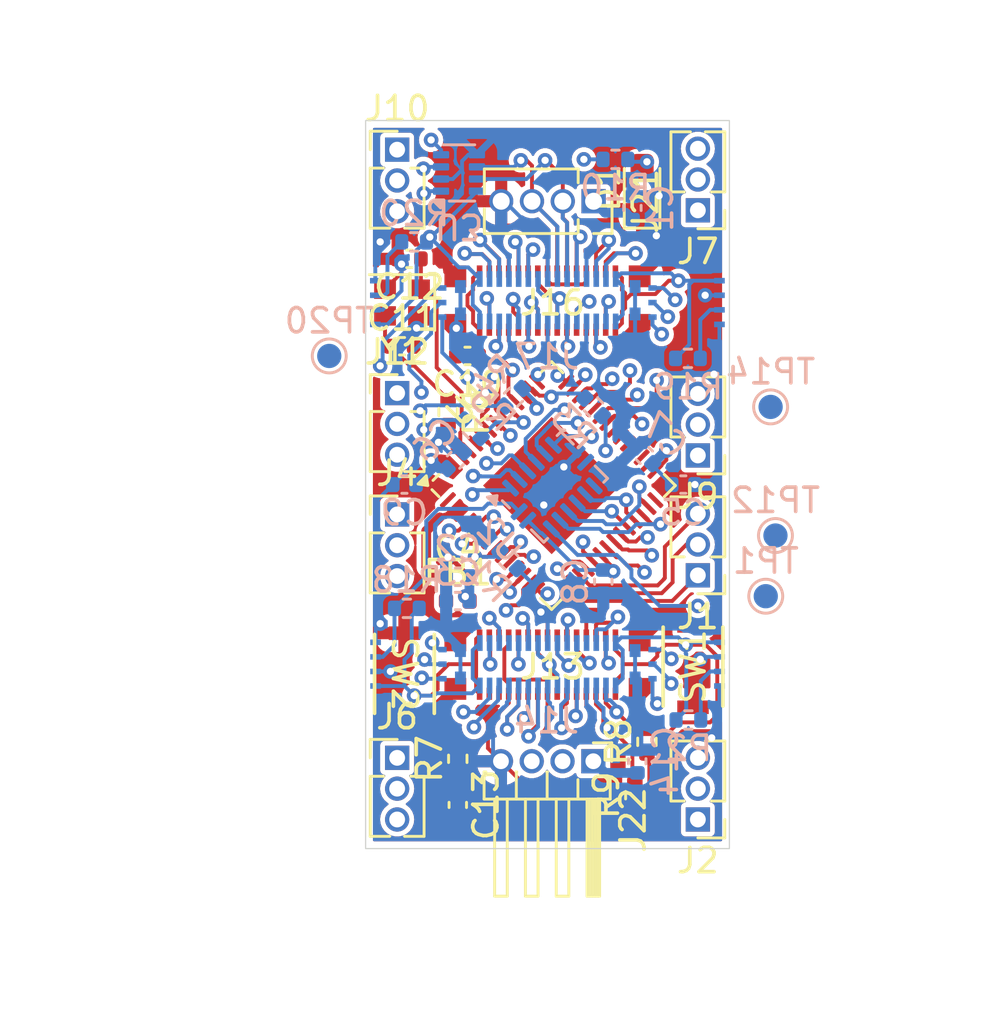
<source format=kicad_pcb>
(kicad_pcb (version 20240108) (generator "pcbnew") (generator_version "8.0")
  (layers (0 "F.Cu" signal) (1 "In1.Cu" signal) (2 "In2.Cu" signal) (3 "In3.Cu" signal) (4 "In4.Cu" signal) (31 "B.Cu" signal) (34 "B.Paste" user) (35 "F.Paste" user) (36 "B.SilkS" user "B.Silkscreen") (37 "F.SilkS" user "F.Silkscreen") (38 "B.Mask" user) (39 "F.Mask" user) (44 "Edge.Cuts" user))
  (net 0 "")
  (net 1 "VDD")
  (net 2 "GND")
  (net 3 "Net-(C4-Pad1)")
  (net 4 "Net-(U1-XTAL_P)")
  (net 5 "Net-(U1-XTAL_N)")
  (net 6 "NRST")
  (net 7 "Net-(D1-A)")
  (net 8 "1B")
  (net 9 "1A")
  (net 10 "1C")
  (net 11 "1CSA-B")
  (net 12 "1CSA-A")
  (net 14 "MISO1")
  (net 15 "CS1")
  (net 16 "MOSI1")
  (net 17 "SCK1")
  (net 18 "2C")
  (net 19 "2B")
  (net 20 "2A")
  (net 21 "CS2")
  (net 22 "2CSA-B")
  (net 23 "2CSA-A")
  (net 25 "3A")
  (net 26 "3C")
  (net 27 "3B")
  (net 28 "CS3")
  (net 29 "3CSA-B")
  (net 31 "3CSA-A")
  (net 32 "4A")
  (net 33 "4C")
  (net 34 "4B")
  (net 35 "CS4")
  (net 36 "4CSA-B")
  (net 37 "4CSA-A")
  (net 39 "CS8")
  (net 40 "Free1")
  (net 41 "SCL1")
  (net 42 "CS7")
  (net 43 "SDA1")
  (net 44 "CS5")
  (net 45 "CS6")
  (net 46 "Net-(U1-GPIO3)")
  (net 47 "Net-(U1-MTCK)")
  (net 48 "Net-(U1-MTDO)")
  (net 49 "Net-(U1-MTDI)")
  (net 50 "LED")
  (net 51 "RS485-")
  (net 52 "RS485+")
  (net 53 "BOOT")
  (net 54 "ShiftCLK")
  (net 55 "ShiftData")
  (net 56 "UART0-RTS{slash}CS0")
  (net 61 "ShiftRegCLK")
  (net 62 "ShiftEn")
  (net 63 "UART0_TX")
  (net 66 "UART0_RX")
  (net 72 "Free2")
  (net 73 "Net-(C11-Pad1)")
  (footprint "LED_SMD:LED_0603_1608Metric_Pad1.05x0.95mm_HandSolder" (layer "F.Cu") (at 159.3 84.575 90)
    (property "Reference" "D1")
    (property "Value" "Osram LT Q99G.01 green led")
  )
  (footprint "Connector_PinHeader_1.27mm:PinHeader_1x04_P1.27mm_Horizontal" (layer "F.Cu") (at 157.29 108.2 -90)
    (property "Reference" "J22")
    (property "Value" "1.27mm 4 pin header")
  )
  (footprint "Capacitor_SMD:C_0402_1005Metric" (layer "F.Cu") (at 151.7 110 -90)
    (property "Reference" "C13")
    (property "Value" "1uF")
  )
  (footprint "Capacitor_SMD:C_0402_1005Metric" (layer "F.Cu") (at 152.1 91.5 180)
    (property "Reference" "C10")
    (property "Value" "0.1uF")
  )
  (footprint "Resistor_SMD:R_0402_1005Metric" (layer "F.Cu") (at 159.5 107.4 90)
    (property "Reference" "R8")
    (property "Value" "10k")
  )
  (footprint "Connector_PinHeader_1.27mm:PinHeader_1x03_P1.27mm_Vertical" (layer "F.Cu") (at 149.2 83)
    (property "Reference" "J10")
    (property "Value" "1.27mm 3pin socket")
  )
  (footprint "Connector_PinHeader_1.27mm:PinHeader_1x03_P1.27mm_Vertical" (layer "F.Cu") (at 149.2 108.06)
    (property "Reference" "J6")
    (property "Value" "1.27mm 3pin socket")
  )
  (footprint "Capacitor_SMD:C_0402_1005Metric" (layer "F.Cu") (at 151.7 100.6)
    (property "Reference" "C4")
    (property "Value" "0.1uF")
  )
  (footprint "Capacitor_SMD:C_0402_1005Metric" (layer "F.Cu") (at 149.7 87.5 180)
    (property "Reference" "C12")
    (property "Value" "12pF")
  )
  (footprint "Connector_PinHeader_1.27mm:PinHeader_1x03_P1.27mm_Vertical" (layer "F.Cu") (at 161.6 110.6 180)
    (property "Reference" "J2")
    (property "Value" "1.27mm 3pin socket")
  )
  (footprint "Misumi switches:R-667995_MIT" (layer "F.Cu") (at 149.5 104.6 -90)
    (property "Reference" "SW2")
    (property "Value" "Mitsumi R-667996")
  )
  (footprint "Connector_PinHeader_1.27mm:PinHeader_1x03_P1.27mm_Vertical" (layer "F.Cu") (at 161.6 100.54 180)
    (property "Reference" "J1")
    (property "Value" "1.27mm 3pin socket")
  )
  (footprint "Crystal:Crystal_SMD_2016-4Pin_2.0x1.6mm" (layer "F.Cu") (at 149.4 89.3 180)
    (property "Reference" "Y1")
    (property "Value" "ABM11-40.000MHZ-B1U-T3, 10ppm, 10pF")
  )
  (footprint "Connector_PinHeader_1.27mm:PinHeader_1x03_P1.27mm_Vertical" (layer "F.Cu") (at 161.6 85.5 180)
    (property "Reference" "J7")
    (property "Value" "1.27mm 3pin socket")
  )
  (footprint "Misumi switches:R-667995_MIT" (layer "F.Cu") (at 161.4 104.3 90)
    (property "Reference" "SW1")
    (property "Value" "Mitsumi R-667996")
  )
  (footprint "Resistor_SMD:R_0402_1005Metric" (layer "F.Cu") (at 159 109.6 90)
    (property "Reference" "R9")
    (property "Value" "10k")
  )
  (footprint "Inductor_SMD:L_0402_1005Metric" (layer "F.Cu") (at 151.7 101.6)
    (property "Reference" "FB1")
    (property "Value" "120ohm imp @100mhz, 1 amp")
  )
  (footprint "Package_DFN_QFN:QFN-56-1EP_7x7mm_P0.4mm_EP4x4mm" (layer "F.Cu") (at 155.57 96.840452 45)
    (property "Reference" "U1")
    (property "Value" "ESP32-S3")
  )
  (footprint "Capacitor_SMD:C_0402_1005Metric" (layer "F.Cu") (at 149.4 91.1)
    (property "Reference" "C11")
    (property "Value" "12pF")
  )
  (footprint "Connector_PinHeader_1.27mm:PinHeader_1x03_P1.27mm_Vertical" (layer "F.Cu") (at 149.2 93.03)
    (property "Reference" "J12")
    (property "Value" "1.27mm 3pin socket")
  )
  (footprint "custom_testpoints:TE_mezzanine_rec_3-2363961-0" (layer "F.Cu") (at 155.4 89.3)
    (property "Reference" "J16")
    (property "Value" "TE 3-2363961-0 receptacle")
  )
  (footprint "Connector_PinSocket_1.27mm:PinSocket_1x04_P1.27mm_Vertical" (layer "F.Cu") (at 157.3 85.125 -90)
    (property "Reference" "J21")
    (property "Value" "1.27mm 4 pin socket")
  )
  (footprint "Resistor_SMD:R_0402_1005Metric" (layer "F.Cu") (at 151.7 108.1 90)
    (property "Reference" "R7")
    (property "Value" "10k")
  )
  (footprint "Resistor_SMD:R_0402_1005Metric" (layer "F.Cu") (at 151.3 93.81 -90)
    (property "Reference" "R6")
    (property "Value" "22 ohm")
  )
  (footprint "Connector_PinHeader_1.27mm:PinHeader_1x03_P1.27mm_Vertical" (layer "F.Cu") (at 149.2 98.03)
    (property "Reference" "J4")
    (property "Value" "1.27mm 3pin socket")
  )
  (footprint "Connector_PinHeader_1.27mm:PinHeader_1x03_P1.27mm_Vertical" (layer "F.Cu") (at 161.6 95.6 180)
    (property "Reference" "J9")
    (property "Value" "1.27mm 3pin socket")
  )
  (footprint "custom_testpoints:TE_mezzanine_rec_3-2363961-0" (layer "F.Cu") (at 155.4 104.3)
    (property "Reference" "J13")
    (property "Value" "TE 3-2363961-0 receptacle")
  )
  (footprint "Resistor_SMD:R_0402_1005Metric" (layer "B.Cu") (at 153.8 99.9 -45)
    (property "Reference" "R1")
    (property "Value" "100k")
  )
  (footprint "Resistor_SMD:R_0402_1005Metric" (layer "B.Cu") (at 158.2 83.4)
    (property "Reference" "R10")
    (property "Value" "80.6 ohm")
  )
  (footprint "Capacitor_SMD:C_0402_1005Metric" (layer "B.Cu") (at 158.9 85.4 90)
    (property "Reference" "C1")
    (property "Value" "22uF")
  )
  (footprint "Package_DFN_QFN:DHVQFN-16-1EP_2.5x3.5mm_P0.5mm_EP1x2mm" (layer "B.Cu") (at 155.6 96.9 -45)
    (property "Reference" "U2")
    (property "Value" "74HC595")
  )
  (footprint "TestPoint:TestPoint_Pad_D1.0mm" (layer "B.Cu") (at 146.4 91.5 180)
    (property "Reference" "TP20")
    (property "Value" "CS0")
  )
  (footprint "Capacitor_SMD:C_0402_1005Metric" (layer "B.Cu") (at 149.5 96.8)
    (property "Reference" "C9")
    (property "Value" "1uF")
  )
  (footprint "Capacitor_SMD:C_0402_1005Metric" (layer "B.Cu") (at 151.7 100.6 180)
    (property "Reference" "C2")
    (property "Value" "1uF")
  )
  (footprint "Resistor_SMD:R_0402_1005Metric" (layer "B.Cu") (at 157.3 93.6 -45)
    (property "Reference" "R3")
    (property "Value" "33ohm")
  )
  (footprint "custom_testpoints:TE_mezzanine_conn_3-2363962-0" (layer "B.Cu") (at 155.4 104.2 180)
    (property "Reference" "J14")
    (property "Value" "TE 3-2363962-0 Connector" (hide yes))
  )
  (footprint "Capacitor_SMD:C_0402_1005Metric" (layer "B.Cu") (at 159.4 95.6 135)
    (property "Reference" "C7")
    (property "Value" "1uF")
  )
  (footprint "Resistor_SMD:R_0402_1005Metric" (layer "B.Cu") (at 149.9 86.8 180)
    (property "Reference" "R20")
    (property "Value" "10k")
  )
  (footprint "Resistor_SMD:R_0402_1005Metric" (layer "B.Cu") (at 154 93.2 -135)
    (property "Reference" "R4")
    (property "Value" "33ohm")
  )
  (footprint "TestPoint:TestPoint_Pad_D1.0mm" (layer "B.Cu") (at 164.6 93.6 180)
    (property "Reference" "TP14")
    (property "Value" "~")
  )
  (footprint "custom_Interface_HID:fpc_7pin_0.3mm_connector Panasonic" (layer "B.Cu") (at 149.59 89.3 90)
    (property "Reference" "J11" (hide yes))
    (property "Value" "7 pin FPC 0.3mm Panasonic Y3b")
  )
  (footprint "Capacitor_SMD:C_0402_1005Metric" (layer "B.Cu") (at 157.7 100.8 -90)
    (property "Reference" "C8")
    (property "Value" "0.1uF")
  )
  (footprint "custom_testpoints:TE_mezzanine_conn_3-2363962-0" (layer "B.Cu") (at 155.4 89.2 180)
    (property "Reference" "J17")
    (property "Value" "TE 3-2363962-0 Connector" (hide yes))
  )
  (footprint "TestPoint:TestPoint_Pad_D1.0mm" (layer "B.Cu") (at 164.4 101.4 180)
    (property "Reference" "TP1")
    (property "Value" "~")
  )
  (footprint "Resistor_SMD:R_0402_1005Metric" (layer "B.Cu") (at 161.19 91.6)
    (property "Reference" "R19")
    (property "Value" "10k")
  )
  (footprint "custom_Interface_HID:fpc_7pin_0.3mm_connector Panasonic" (layer "B.Cu") (at 161.2 89.3 -90)
    (property "Reference" "J8" (hide yes))
    (property "Value" "7 pin FPC 0.3mm Panasonic Y3b")
  )
  (footprint "TestPoint:TestPoint_Pad_D1.0mm" (layer "B.Cu") (at 164.8 98.9 180)
    (property "Reference" "TP12")
    (property "Value" "~")
  )
  (footprint "Capacitor_SMD:C_0402_1005Metric" (layer "B.Cu") (at 159.1 108.2 90)
    (property "Reference" "C14")
    (property "Value" "22uF")
  )
  (footprint "Capacitor_SMD:C_0402_1005Metric" (layer "B.Cu") (at 151.6 95.8 -135)
    (property "Reference" "C6")
    (property "Value" "0.1uF")
  )
  (footprint "Package_TO_SOT_SMD:SOT-583-8" (layer "B.Cu") (at 151.75 83.96)
    (property "Reference" "U3")
    (property "Value" "THVD1420DRLR")
  )
  (footprint "Resistor_SMD:R_0402_1005Metric" (layer "B.Cu") (at 149.6 101.9 180)
    (property "Reference" "R18")
    (property "Value" "10k")
  )
  (footprint "custom_Interface_HID:fpc_7pin_0.3mm_connector Panasonic" (layer "B.Cu") (at 149.6 104.2 90)
    (property "Reference" "J5" (hide yes))
    (property "Value" "7 pin FPC 0.3mm Panasonic Y3b")
  )
  (footprint "Capacitor_SMD:C_0402_1005Metric" (layer "B.Cu") (at 161 96.8)
    (property "Reference" "C5")
    (property "Value" "0.1uF")
  )
  (footprint "Resistor_SMD:R_0402_1005Metric" (layer "B.Cu") (at 161.21 106.5)
    (property "Reference" "R2")
    (property "Value" "10k")
  )
  (footprint "Capacitor_SMD:C_0402_1005Metric" (layer "B.Cu") (at 151.7 101.6 180)
    (property "Reference" "C3")
    (property "Value" "1uF")
  )
  (footprint "custom_Interface_HID:fpc_7pin_0.3mm_connector Panasonic" (layer "B.Cu") (at 161.2 104.2 -90)
    (property "Reference" "J3" (hide yes))
    (property "Value" "7 pin FPC 0.3mm Panasonic Y3b")
  )
  (footprint "Resistor_SMD:R_0402_1005Metric" (layer "B.Cu") (at 152.3 94.5 135)
    (property "Reference" "R5")
    (property "Value" "33ohm")
  )
  (gr_rect (start 147.9 81.8) (end 162.9 111.8) (stroke (width 0.05)) (fill none) (layer "Edge.Cuts"))
  (segment (start 153.789452 92.367939) (end 153.789452 93.080005) (width 0.16) (layer "F.Cu") (net 1))
  (segment (start 152.58 90.44) (end 152.6 90.42) (width 0.16) (layer "F.Cu") (net 1))
  (segment (start 160.8 88.4) (end 160.4 88.4) (width 0.16) (layer "F.Cu") (net 1))
  (segment (start 162.4 106.3) (end 162.4 103.879756) (width 0.16) (layer "F.Cu") (net 1))
  (segment (start 159.85 88.95) (end 158.85 88.95) (width 0.16) (layer "F.Cu") (net 1))
  (segment (start 153.655392 91.772015) (end 152.852015 91.772015) (width 0.16) (layer "F.Cu") (net 1))
  (segment (start 152.6 90.42) (end 152.33 90.15) (width 0.16) (layer "F.Cu") (net 1))
  (segment (start 160.265664 103.4) (end 159.925908 103.739756) (width 0.16) (layer "F.Cu") (net 1))
  (segment (start 153.829048 92.328343) (end 153.789452 92.367939) (width 0.16) (layer "F.Cu") (net 1))
  (segment (start 158.107157 100.226137) (end 157.585254 99.704234) (width 0.16) (layer "F.Cu") (net 1))
  (segment (start 160.81 106.6) (end 162.1 106.6) (width 0.16) (layer "F.Cu") (net 1))
  (segment (start 152.10799 89.00799) (end 152.33 88.78598) (width 0.16) (layer "F.Cu") (net 1))
  (segment (start 158.47 88.78598) (end 158.47 88.29) (width 0.16) (layer "F.Cu") (net 1))
  (segment (start 159.6 104.2) (end 158.5 104.2) (width 0.16) (layer "F.Cu") (net 1))
  (segment (start 158.5 104.2) (end 158.5 104.6) (width 0.16) (layer "F.Cu") (net 1))
  (segment (start 152.33 89.65402) (end 152.1 89.42402) (width 0.16) (layer "F.Cu") (net 1))
  (segment (start 152.456657 104.2) (end 152.456657 105.276657) (width 0.16) (layer "F.Cu") (net 1))
  (segment (start 159.5 107.91) (end 159.6 108.01) (width 0.16) (layer "F.Cu") (net 1))
  (segment (start 158.2 103.02) (end 158.2 103.617925) (width 0.16) (layer "F.Cu") (net 1))
  (segment (start 153.961221 92.077844) (end 153.829048 92.210017) (width 0.16) (layer "F.Cu") (net 1))
  (segment (start 158.47 90.15) (end 158.47 89.65402) (width 0.16) (layer "F.Cu") (net 1))
  (segment (start 162.4 103.879756) (end 161.923246 103.403002) (width 0.16) (layer "F.Cu") (net 1))
  (segment (start 152.852015 91.772015) (end 152.58 91.5) (width 0.16) (layer "F.Cu") (net 1))
  (segment (start 152.58 91.5) (end 152.58 90.44) (width 0.16) (layer "F.Cu") (net 1))
  (segment (start 160.299998 95.787409) (end 159.847996 96.239411) (width 0.16) (layer "F.Cu") (net 1))
  (segment (start 153.829048 92.210017) (end 153.829048 92.328343) (width 0.16) (layer "F.Cu") (net 1))
  (segment (start 161.1 103.403002) (end 161.096998 103.4) (width 0.16) (layer "F.Cu") (net 1))
  (segment (start 161.096998 103.4) (end 160.265664 103.4) (width 0.16) (layer "F.Cu") (net 1))
  (segment (start 160.4 88.4) (end 159.85 88.95) (width 0.16) (layer "F.Cu") (net 1))
  (segment (start 152.33 88.29) (end 152.6 88.02) (width 0.16) (layer "F.Cu") (net 1))
  (segment (start 152.33 90.15) (end 152.33 89.65402) (width 0.16) (layer "F.Cu") (net 1))
  (segment (start 152.456657 104.2) (end 151.32402 104.2) (width 0.16) (layer "F.Cu") (net 1))
  (segment (start 158.85 88.95) (end 158.6 89.2) (width 0.16) (layer "F.Cu") (net 1))
  (segment (start 158.5 104.6) (end 158.2 104.9) (width 0.16) (layer "F.Cu") (net 1))
  (segment (start 158.6 88.91598) (end 158.47 88.78598) (width 0.16) (layer "F.Cu") (net 1))
  (segment (start 158.2 103.617925) (end 158.5 103.917925) (width 0.16) (layer "F.Cu") (net 1))
  (segment (start 158.2 90.42) (end 158.47 90.15) (width 0.16) (layer "F.Cu") (net 1))
  (segment (start 161.923246 103.403002) (end 161.1 103.403002) (width 0.16) (layer "F.Cu") (net 1))
  (segment (start 152.1 89.01598) (end 152.10799 89.00799) (width 0.16) (layer "F.Cu") (net 1))
  (segment (start 152.6 87.92402) (end 152.6 88.02) (width 0.16) (layer "F.Cu") (net 1))
  (segment (start 160.299998 95.4) (end 160.299998 95.787409) (width 0.16) (layer "F.Cu") (net 1))
  (segment (start 150.87 105.23) (end 150.603002 105.496998) (width 0.16) (layer "F.Cu") (net 1))
  (segment (start 153.961221 92.077844) (end 153.655392 91.772015) (width 0.16) (layer "F.Cu") (net 1))
  (segment (start 158.47 89.65402) (end 158.6 89.52402) (width 0.16) (layer "F.Cu") (net 1))
  (segment (start 159.925908 103.874092) (end 159.6 104.2) (width 0.16) (layer "F.Cu") (net 1))
  (segment (start 158.107157 100.375442) (end 158.107157 100.226137) (width 0.16) (layer "F.Cu") (net 1))
  (segment (start 162.1 106.6) (end 162.4 106.3) (width 0.16) (layer "F.Cu") (net 1))
  (segment (start 158.6 89.2) (end 158.6 88.91598) (width 0.16) (layer "F.Cu") (net 1))
  (segment (start 152.6 103.02) (end 152.456657 103.163343) (width 0.16) (layer "F.Cu") (net 1))
  (segment (start 150.603002 105.496998) (end 149.9 105.496998) (width 0.16) (layer "F.Cu") (net 1))
  (segment (start 158.2 104.9) (end 158.2 105.42) (width 0.16) (layer "F.Cu") (net 1))
  (segment (start 158.5 103.917925) (end 158.5 104.2) (width 0.16) (layer "F.Cu") (net 1))
  (segment (start 158.6 89.52402) (end 158.6 89.2) (width 0.16) (layer "F.Cu") (net 1))
  (segment (start 152.456657 103.163343) (end 152.456657 104.2) (width 0.16) (layer "F.Cu") (net 1))
  (segment (start 159.925908 103.739756) (end 159.925908 103.874092) (width 0.16) (layer "F.Cu") (net 1))
  (segment (start 152.33 88.78598) (end 152.33 88.29) (width 0.16) (layer "F.Cu") (net 1))
  (segment (start 152.1 89.42402) (end 152.1 89.01598) (width 0.16) (layer "F.Cu") (net 1))
  (segment (start 159.5 107.91) (end 160.81 106.6) (width 0.16) (layer "F.Cu") (net 1))
  (segment (start 151.574847 95.956569) (end 151.574846 95.956569) (width 0.16) (layer "F.Cu") (net 1))
  (segment (start 159.6 109.51) (end 159.005 110.105) (width 0.16) (layer "F.Cu") (net 1))
  (segment (start 159 110.11) (end 159.005 110.105) (width 0.16) (layer "F.Cu") (net 1))
  (segment (start 153.789452 93.080005) (end 154.120431 93.410984) (width 0.16) (layer "F.Cu") (net 1))
  (segment (start 150.87 104.65402) (end 150.87 105.23) (width 0.16) (layer "F.Cu") (net 1))
  (segment (start 151.32402 104.2) (end 150.87 104.65402) (width 0.16) (layer "F.Cu") (net 1))
  (segment (start 158.47 88.29) (end 158.2 88.02) (width 0.16) (layer "F.Cu") (net 1))
  (segment (start 152.456657 105.276657) (end 152.6 105.42) (width 0.16) (layer "F.Cu") (net 1))
  (segment (start 151.292004 96.239411) (end 151.292005 96.239411) (width 0.2) (layer "F.Cu") (net 1))
  (segment (start 159.6 108.01) (end 159.6 109.51) (width 0.16) (layer "F.Cu") (net 1))
  (via (at 149.9 105.496998) (size 0.6) (drill 0.3) (layers "F.Cu" "B.Cu") (net 1))
  (via (at 160.299998 95.4) (size 0.6) (drill 0.3) (layers "F.Cu" "B.Cu") (net 1))
  (via (at 160.8 88.4) (size 0.6) (drill 0.3) (layers "F.Cu" "B.Cu") (net 1))
  (via (at 161.1 103.403002) (size 0.6) (drill 0.3) (layers "F.Cu" "B.Cu") (net 1))
  (via (at 152.009989 101.409737) (size 0.6) (drill 0.3) (layers "F.Cu" "B.Cu") (net 1))
  (via (at 153.961221 92.077844) (size 0.6) (drill 0.3) (layers "F.Cu" "B.Cu") (net 1))
  (via (at 150.544998 86.6) (size 0.6) (drill 0.3) (layers "F.Cu" "B.Cu") (net 1))
  (via (at 150.6 95.8) (size 0.6) (drill 0.3) (layers "F.Cu" "B.Cu") (net 1))
  (via (at 158.107157 100.375442) (size 0.6) (drill 0.3) (layers "F.Cu" "B.Cu") (net 1))
  (segment (start 157.775 85.6) (end 158.62 85.6) (width 0.4) (layer "B.Cu") (net 1))
  (segment (start 160.68 91.6) (end 161.244074 91.035926) (width 0.16) (layer "B.Cu") (net 1))
  (segment (start 152.315 104.785) (end 152.61 105.08) (width 0.16) (layer "B.Cu") (net 1))
  (segment (start 157.3 85.125) (end 157.775 85.6) (width 0.4) (layer "B.Cu") (net 1))
  (segment (start 150.6 96.18) (end 149.98 96.8) (width 0.4) (layer "B.Cu") (net 1))
  (segment (start 150.544998 86.6) (end 150.41 86.734998) (width 0.16) (layer "B.Cu") (net 1))
  (segment (start 149.503002 105.1) (end 148.31 105.1) (width 0.16) (layer "B.Cu") (net 1))
  (segment (start 158.9 85.88) (end 158.935381 85.844619) (width 0.4) (layer "B.Cu") (net 1))
  (segment (start 161.244074 91.035926) (end 161.244074 88.555926) (width 0.16) (layer "B.Cu") (net 1))
  (segment (start 148.8 90.2) (end 148.48 90.2) (width 0.16) (layer "B.Cu") (net 1))
  (segment (start 150.544998 86.6) (end 151.404998 87.46) (width 0.16) (layer "B.Cu") (net 1))
  (segment (start 150 87.144998) (end 150 89) (width 0.16) (layer "B.Cu") (net 1))
  (segment (start 160.495 88.095) (end 158.445 88.095) (width 0.16) (layer "B.Cu") (net 1))
  (segment (start 155.113515 98.8) (end 155.159475 98.8) (width 0.16) (layer "B.Cu") (net 1))
  (segment (start 161.203002 103.3) (end 162.49 103.3) (width 0.16) (layer "B.Cu") (net 1))
  (segment (start 152.315 89.393844) (end 152.315 88.625) (width 0.16) (layer "B.Cu") (net 1))
  (segment (start 149.503002 105.1) (end 149.503002 104.015439) (width 0.16) (layer "B.Cu") (net 1))
  (segment (start 159.739411 96.019411) (end 160.52 96.8) (width 0.16) (layer "B.Cu") (net 1))
  (segment (start 150 89) (end 148.8 90.2) (width 0.16) (layer "B.Cu") (net 1))
  (segment (start 150.825 105.4) (end 152.29 105.4) (width 0.16) (layer "B.Cu") (net 1))
  (segment (start 159.005 108.775) (end 159.1 108.68) (width 0.16) (layer "B.Cu") (net 1))
  (segment (start 151.404998 87.510244) (end 151.744754 87.85) (width 0.16) (layer "B.Cu") (net 1))
  (segment (start 152.61 90.08) (end 152.61 89.688844) (width 0.16) (layer "B.Cu") (net 1))
  (segment (start 154.583534 98.270019) (end 155.113515 98.8) (width 0.16) (layer "B.Cu") (net 1))
  (segment (start 152.18 101.239726) (end 152.18 100.6) (width 0.4) (layer "B.Cu") (net 1))
  (segment (start 158.21 90.08) (end 158.5 89.79) (width 0.16) (layer "B.Cu") (net 1))
  (segment (start 155.159475 98.8) (end 156.679475 100.32) (width 0.16) (layer "B.Cu") (net 1))
  (segment (start 161.1 103.403002) (end 160.791998 103.095) (width 0.16) (layer "B.Cu") (net 1))
  (segment (start 157.29 108.2) (end 157.77 108.68) (width 0.4) (layer "B.Cu") (net 1))
  (segment (start 149.8 103.718441) (end 149.8 102.21) (width 0.16) (layer "B.Cu") (net 1))
  (segment (start 160.278822 95.4) (end 159.739411 95.939411) (width 0.4) (layer "B.Cu") (net 1))
  (segment (start 158.5 103.62) (end 158.5 104.79) (width 0.16) (layer "B.Cu") (net 1))
  (segment (start 149.503002 104.015439) (end 149.8 103.718441) (width 0.16) (layer "B.Cu") (net 1))
  (segment (start 156.679475 100.32) (end 157.7 100.32) (width 0.16) (layer "B.Cu") (net 1))
  (segment (start 150.41 86.734998) (end 150.41 86.8) (width 0.16) (layer "B.Cu") (net 1))
  (segment (start 158.445 103.095) (end 158.21 103.33) (width 0.16) (layer "B.Cu") (net 1))
  (segment (start 151.260589 96.139411) (end 150.939411 96.139411) (width 0.4) (layer "B.Cu") (net 1))
  (segment (start 151.404998 87.46) (end 151.404998 87.510244) (width 0.16) (layer "B.Cu") (net 1))
  (segment (start 161.1 103.758228) (end 161.12 103.778228) (width 0.16) (layer "B.Cu") (net 1))
  (segment (start 158.62 85.6) (end 158.9 85.88) (width 0.4) (layer "B.Cu") (net 1))
  (segment (start 149.8 102.21) (end 150.11 101.9) (width 0.16) (layer "B.Cu") (net 1))
  (segment (start 152.13 87.85) (end 152.61 88.33) (width 0.16) (layer "B.Cu") (net 1))
  (segment (start 150.544998 86.6) (end 150 87.144998) (width 0.16) (layer "B.Cu") (net 1))
  (segment (start 161.244074 88.555926) (end 161.4 88.4) (width 0.16) (layer "B.Cu") (net 1))
  (segment (start 157.77 108.68) (end 159.1 108.68) (width 0.4) (layer "B.Cu") (net 1))
  (segment (start 158.5 89.79) (end 158.5 88.62) (width 0.16) (layer "B.Cu") (net 1))
  (segment (start 150.939411 96.139411) (end 150.6 95.8) (width 0.4) (layer "B.Cu") (net 1))
  (segment (start 161.12 103.778228) (end 161.12 106.08) (width 0.16) (layer "B.Cu") (net 1))
  (segment (start 149.9 105.496998) (end 150.728002 105.496998) (width 0.16) (layer "B.Cu") (net 1))
  (segment (start 161.12 106.08) (end 160.7 106.5) (width 0.16) (layer "B.Cu") (net 1))
  (segment (start 152.49 84.71) (end 150.41 86.79) (width 0.16) (layer "B.Cu") (net 1))
  (segment (start 150.41 86.79) (end 150.41 86.8) (width 0.16) (layer "B.Cu") (net 1))
  (segment (start 152.29 105.4) (end 152.61 105.08) (width 0.16) (layer "B.Cu") (net 1))
  (segment (start 158.9 85.88) (end 158.78 85.88) (width 0.16) (layer "B.Cu") (net 1))
  (segment (start 160.8 88.4) (end 160.495 88.095) (width 0.16) (layer "B.Cu") (net 1))
  (segment (start 161.4 88.4) (end 162.49 88.4) (width 0.16) (layer "B.Cu") (net 1))
  (segment (start 152.315 88.625) (end 152.61 88.33) (width 0.16) (layer "B.Cu") (net 1))
  (segment (start 161.1 103.403002) (end 161.203002 103.3) (width 0.16) (layer "B.Cu") (net 1))
  (segment (start 152.61 89.688844) (end 152.315 89.393844) (width 0.16) (layer "B.Cu") (net 1))
  (segment (start 158.445 88.095) (end 158.21 88.33) (width 0.16) (layer "B.Cu") (net 1))
  (segment (start 152.315 103.625) (end 152.315 104.785) (width 0.16) (layer "B.Cu") (net 1))
  (segment (start 150.728002 105.496998) (end 150.825 105.4) (width 0.16) (layer "B.Cu") (net 1))
  (segment (start 160.791998 103.095) (end 158.445 103.095) (width 0.16) (layer "B.Cu") (net 1))
  (segment (start 159.739411 95.939411) (end 159.739411 96.019411) (width 0.16) (layer "B.Cu") (net 1))
  (segment (start 161.1 103.403002) (end 161.1 103.758228) (width 0.16) (layer "B.Cu") (net 1))
  (segment (start 150.6 95.8) (end 150.6 96.18) (width 0.4) (layer "B.Cu") (net 1))
  (segment (start 151.744754 87.85) (end 152.13 87.85) (width 0.16) (layer "B.Cu") (net 1))
  (segment (start 152.61 103.33) (end 152.315 103.625) (width 0.16) (layer "B.Cu") (net 1))
  (segment (start 160.8 88.4) (end 161.4 88.4) (width 0.16) (layer "B.Cu") (net 1))
  (segment (start 149.9 105.496998) (end 149.503002 105.1) (width 0.16) (layer "B.Cu") (net 1))
  (segment (start 158.21 103.33) (end 158.5 103.62) (width 0.16) (layer "B.Cu") (net 1))
  (segment (start 160.299998 95.4) (end 160.278822 95.4) (width 0.4) (layer "B.Cu") (net 1))
  (segment (start 158.5 104.79) (end 158.21 105.08) (width 0.16) (layer "B.Cu") (net 1))
  (segment (start 158.5 88.62) (end 158.21 88.33) (width 0.16) (layer "B.Cu") (net 1))
  (segment (start 152.009989 101.409737) (end 152.18 101.239726) (width 0.4) (layer "B.Cu") (net 1))
  (segment (start 158.1 109) (end 154.28 109) (width 0.16) (layer "F.Cu") (net 2))
  (segment (start 154.055916 91.135672) (end 154.055916 91.343786) (width 0.16) (layer "F.Cu") (net 2))
  (segment (start 153.62 103.58) (end 153.62 104.82) (width 0.16) (layer "F.Cu") (net 2))
  (segment (start 157.82 91.78) (end 157.380001 91.78) (width 0.16) (layer "F.Cu") (net 2))
  (segment (start 155.4 88.4) (end 155.55 88.55) (width 0.16) (layer "F.Cu") (net 2))
  (segment (start 151.639999 90.360243) (end 151.639999 90.259999) (width 0.16) (layer "F.Cu") (net 2))
  (segment (start 155.55 88.55) (end 156.88 88.55) (width 0.16) (layer "F.Cu") (net 2))
  (segment (start 156.015891 91.7) (end 156.5 91.7) (width 0.16) (layer "F.Cu") (net 2))
  (segment (start 159.2 88.22) (end 159.8 87.62) (width 0.4) (layer "F.Cu") (net 2))
  (segment (start 154.055916 91.343786) (end 154.395672 91.683542) (width 0.16) (layer "F.Cu") (net 2))
  (segment (start 151.6 88.22) (end 151.284998 87.904998) (width 0.4) (layer "F.Cu") (net 2))
  (segment (start 151.639999 90.259999) (end 151.6 90.22) (width 0.16) (layer "F.Cu") (net 2))
  (segment (start 155.3 102.224001) (end 155.3 102.3) (width 0.16) (layer "F.Cu") (net 2))
  (segment (start 149.379999 87.718132) (end 149.379999 88.070001) (width 0.16) (layer "F.Cu") (net 2))
  (segment (start 159.2 90.22) (end 159.2 90.4) (width 0.16) (layer "F.Cu") (net 2))
  (segment (start 152.945531 107.665531) (end 153.48 108.2) (width 0.16) (layer "F.Cu") (net 2))
  (segment (start 153.8 90.879756) (end 154.055916 91.135672) (width 0.16) (layer "F.Cu") (net 2))
  (segment (start 155.340358 104.835358) (end 153.859642 104.835358) (width 0.16) (layer "F.Cu") (net 2))
  (segment (start 159.2 102.889754) (end 159.2 103.22) (width 0.16) (layer "F.Cu") (net 2))
  (segment (start 159.2 91.1) (end 159.3 91.2) (width 0.4) (layer "F.Cu") (net 2))
  (segment (start 149.95 90.35) (end 150 90.35) (width 0.16) (layer "F.Cu") (net 2))
  (segment (start 155.128535 102.052536) (end 155.3 102.224001) (width 0.16) (layer "F.Cu") (net 2))
  (segment (start 159 90.6) (end 157.82 91.78) (width 0.16) (layer "F.Cu") (net 2))
  (segment (start 153.62 104.82) (end 153.8 105) (width 0.16) (layer "F.Cu") (net 2))
  (segment (start 157 91.2) (end 157 90.42) (width 0.16) (layer "F.Cu") (net 2))
  (segment (start 157.04 105.998819) (end 157.04 106.001664) (width 0.16) (layer "F.Cu") (net 2))
  (segment (start 150 89.95) (end 150.1 89.85) (width 0.16) (layer "F.Cu") (net 2))
  (segment (start 153.49 87.071768) (end 153.49 86.125) (width 0.16) (layer "F.Cu") (net 2))
  (segment (start 154.395672 91.683542) (end 155.216458 91.683542) (width 0.16) (layer "F.Cu") (net 2))
  (segment (start 151.29467 99.79) (end 151.37 99.79) (width 0.2) (layer "F.Cu") (net 2))
  (segment (start 155.399163 106.300837) (end 155.399163 107.12225) (width 0.16) (layer "F.Cu") (net 2))
  (segment (start 159.2 90.22) (end 159.2 91.1) (width 0.4) (layer "F.Cu") (net 2))
  (segment (start 153.8 105.8) (end 152.945531 106.654469) (width 0.16) (layer "F.Cu") (net 2))
  (segment (start 159.2 90.4) (end 159 90.6) (width 0.16) (layer "F.Cu") (net 2))
  (segment (start 155.216458 91.683542) (end 155.4 91.5) (width 0.16) (layer "F.Cu") (net 2))
  (segment (start 153.8 105) (end 153.8 105.42) (width 0.16) (layer "F.Cu") (net 2))
  (segment (start 157 88.43) (end 157 88.02) (width 0.16) (layer "F.Cu") (net 2))
  (segment (start 155.4 106.3) (end 155.399163 106.300837) (width 0.16) (layer "F.Cu") (net 2))
  (segment (start 156.485707 101.794585) (end 155.705415 101.794585) (width 0.16) (layer "F.Cu") (net 2))
  (segment (start 157.380001 91.78) (end 157.000001 91.4) (width 0.16) (layer "F.Cu") (net 2))
  (segment (start 155.399163 107.12225) (end 155.696913 107.42) (width 0.16) (layer "F.Cu") (net 2))
  (segment (start 155.405 104.89) (end 155.4 104.895) (width 0.16) (layer "F.Cu") (net 2))
  (segment (start 157.499918 107.399918) (end 158.049918 107.399918) (width 0.16) (layer "F.Cu") (net 2))
  (segment (start 155.4 105.42) (end 155.4 106.3) (width 0.16) (layer "F.Cu") (net 2))
  (segment (start 155.4 88.02) (end 155.4 86.274116) (width 0.16) (layer "F.Cu") (net 2))
  (segment (start 153.8 105.42) (end 153.8 105.8) (width 0.16) (layer "F.Cu") (net 2))
  (segment (start 157 103.02) (end 157 102.308878) (width 0.16) (layer "F.Cu") (net 2))
  (segment (start 156.88 88.55) (end 157 88.43) (width 0.16) (layer "F.Cu") (net 2))
  (segment (start 155.815891 91.5) (end 156.015891 91.7) (width 0.16) (layer "F.Cu") (net 2))
  (segment (start 156.8 91.4) (end 157 91.2) (width 0.16) (layer "F.Cu") (net 2))
  (segment (start 159.3 85.45) (end 159.3 85.956151) (width 0.16) (layer "F.Cu") (net 2))
  (segment (start 153.8 103.4) (end 153.62 103.58) (width 0.16) (layer "F.Cu") (net 2))
  (segment (start 155.447464 102.052536) (end 155.128535 102.052536) (width 0.16) (layer "F.Cu") (net 2))
  (segment (start 154.28 109) (end 153.48 108.2) (width 0.16) (layer "F.Cu") (net 2))
  (segment (start 149.88 90.07) (end 150.1 89.85) (width 0.16) (layer "F.Cu") (net 2))
  (segment (start 156.88 107.42) (end 157.2 107.1) (width 0.16) (layer "F.Cu") (net 2))
  (segment (start 155.705415 101.794585) (end 155.447464 102.052536) (width 0.16) (layer "F.Cu") (net 2))
  (segment (start 159.8 87.62) (end 159.8 87.6) (width 0.4) (layer "F.Cu") (net 2))
  (segment (start 157.2 106.161664) (end 157.2 107.1) (width 0.16) (layer "F.Cu") (net 2))
  (segment (start 149.379999 88.070001) (end 148.7 88.75) (width 0.16) (layer "F.Cu") (net 2))
  (segment (start 157 102.308878) (end 156.485707 101.794585) (width 0.16) (layer "F.Cu") (net 2))
  (segment (start 155.4 86.274116) (end 155.250884 86.125) (width 0.16) (layer "F.Cu") (net 2))
  (segment (start 158.1 107.45) (end 158.1 109) (width 0.16) (layer "F.Cu") (net 2))
  (segment (start 152.945531 106.654469) (end 152.945531 107.665531) (width 0.16) (layer "F.Cu") (net 2))
  (segment (start 155.696913 107.42) (end 156.88 107.42) (width 0.16) (layer "F.Cu") (net 2))
  (segment (start 159.3 85.956151) (end 159.888468 86.544619) (width 0.16) (layer "F.Cu") (net 2))
  (segment (start 157.2 107.1) (end 157.499918 107.399918) (width 0.16) (layer "F.Cu") (net 2))
  (segment (start 157.04 106.001664) (end 157.2 106.161664) (width 0.16) (layer "F.Cu") (net 2))
  (segment (start 157 105.42) (end 157 105.958819) (width 0.16) (layer "F.Cu") (net 2))
  (segment (start 155.250884 86.125) (end 153.49 86.125) (width 0.16) (layer "F.Cu") (net 2))
  (segment (start 155.4 104.895) (end 155.340358 104.835358) (width 0.16) (layer "F.Cu") (net 2))
  (segment (start 153.8 103.4) (end 153.8 103.02) (width 0.16) (layer "F.Cu") (net 2))
  (segment (start 157.000001 91.4) (end 156.8 91.4) (width 0.16) (layer "F.Cu") (net 2))
  (segment (start 151.62 90.380242) (end 151.639999 90.360243) (width 0.16) (layer "F.Cu") (net 2))
  (segment (start 151.284998 87.904998) (end 151.284998 86.915002) (width 0.4) (layer "F.Cu") (net 2))
  (segment (start 149.88 91.1) (end 149.88 90.07) (width 0.16) (layer "F.Cu") (net 2))
  (segment (start 158.049918 107.399918) (end 158.1 107.45) (width 0.16) (layer "F.Cu") (net 2))
  (segment (start 155.4 104.895) (end 155.4 105.42) (width 0.16) (layer "F.Cu") (net 2))
  (segment (start 153.49 86.125) (end 153.49 85.125) (width 0.16) (layer "F.Cu") (net 2))
  (segment (start 153.8 87.381768) (end 153.49 87.071768) (width 0.16) (layer "F.Cu") (net 2))
  (segment (start 155.4 88.02) (end 155.4 88.4) (width 0.16) (layer "F.Cu") (net 2))
  (segment (start 151.37 99.79) (end 152.18 100.6) (width 0.2) (layer "F.Cu") (net 2))
  (segment (start 157 105.958819) (end 157.04 105.998819) (width 0.16) (layer "F.Cu") (net 2))
  (segment (start 150 90.35) (end 150 89.95) (width 0.16) (layer "F.Cu") (net 2))
  (segment (start 153.8 90.42) (end 153.8 90.879756) (width 0.16) (layer "F.Cu") (net 2))
  (segment (start 153.859642 104.835358) (end 153.8 104.895) (width 0.16) (layer "F.Cu") (net 2))
  (segment (start 153.8 88.02) (end 153.8 87.381768) (width 0.16) (layer "F.Cu") (net 2))
  (segment (start 156.5 91.7) (end 156.8 91.4) (width 0.16) (layer "F.Cu") (net 2))
  (segment (start 153.8 104.895) (end 153.8 105.42) (width 0.16) (layer "F.Cu") (net 2))
  (segment (start 155.3 102.3) (end 155.4 102.4) (width 0.16) (layer "F.Cu") (net 2))
  (segment (start 155.4 91.5) (end 155.815891 91.5) (width 0.16) (layer "F.Cu") (net 2))
  (segment (start 155.4 102.4) (end 155.4 103.02) (width 0.16) (layer "F.Cu") (net 2))
  (segment (start 151.62 91.5) (end 151.62 90.380242) (width 0.16) (layer "F.Cu") (net 2))
  (segment (start 155.4 90.42) (end 155.4 91.5) (width 0.16) (layer "F.Cu") (net 2))
  (via (at 161.9 89) (size 0.6) (drill 0.3) (layers "F.Cu" "B.Cu") (net 2))
  (via (at 161.48 96.8) (size 0.6) (drill 0.3) (layers "F.Cu" "B.Cu") (net 2))
  (via (at 148.5 86.8) (size 0.6) (drill 0.3) (layers "F.Cu" "B.Cu") (net 2))
  (via (at 156.073223 96.073223) (size 0.6) (drill 0.3) (layers "F.Cu" "B.Cu") (net 2))
  (via (at 155.246598 97.64231) (size 0.6) (drill 0.3) (layers "F.Cu" "B.Cu") (net 2))
  (via (at 150.903963 95.059995) (size 0.6) (drill 0.3) (layers "F.Cu" "B.Cu") (net 2))
  (via (at 148.5 102.531717) (size 0.6) (drill 0.3) (layers "F.Cu" "B.Cu") (net 2))
  (via (at 151.639999 90.360243) (size 0.6) (drill 0.3) (layers "F.Cu" "B.Cu") (net 2))
  (via (at 162.268019 92.252888) (size 0.6) (drill 0.3) (layers "F.Cu" "B.Cu") (net 2))
  (via (at 155.128535 102.052536) (size 0.6) (drill 0.3) (layers "F.Cu" "B.Cu") (net 2))
  (via (at 148.923002 104.5) (size 0.6) (drill 0.3) (layers "F.Cu" "B.Cu") (net 2))
  (via (at 162.169596 107.238075) (size 0.6) (drill 0.3) (layers "F.Cu" "B.Cu") (net 2))
  (via (at 150 90.35) (size 0.6) (drill 0.3) (layers "F.Cu" "B.Cu") (net 2))
  (via (at 159.888468 86.544619) (size 0.6) (drill 0.3) (layers "F.Cu" "B.Cu") (net 2))
  (via (at 160 84.9) (size 0.6) (drill 0.3) (layers "F.Cu" "B.Cu") (net 2))
  (via (at 151.29467 99.79) (size 0.6) (drill 0.3) (layers "F.Cu" "B.Cu") (net 2))
  (via (at 161.7 104) (size 0.6) (drill 0.3) (layers "F.Cu" "B.Cu") (net 2))
  (via (at 149.379999 87.718132) (size 0.6) (drill 0.3) (layers "F.Cu" "B.Cu") (net 2))
  (segment (start 151.639999 89.940001) (end 151.81 89.77) (width 0.16) (layer "B.Cu") (net 2))
  (segment (start 155.4 91.1) (end 155.988358 91.688358) (width 0.16) (layer "B.Cu") (net 2))
  (segment (start 156.073224 96.073223) (end 156.073223 96.073223) (width 0.16) (layer "B.Cu") (net 2))
  (segment (start 156.616466 95.529981) (end 156.073224 96.073223) (width 0.16) (layer "B.Cu") (net 2))
  (segment (start 155.128535 102.052536) (end 155.41 102.334001) (width 0.16) (layer "B.Cu") (net 2))
  (segment (start 151.639999 90.360243) (end 151.639999 89.940001) (width 0.16) (layer "B.Cu") (net 2))
  (segment (start 153.4 86.1) (end 153.49 86.01) (width 0.16) (layer "B.Cu") (net 2))
  (segment (start 151.875 83.825) (end 151.875 83.471922) (width 0.16) (layer "B.Cu") (net 2))
  (segment (start 159.98 84.92) (end 160 84.9) (width 0.16) (layer "B.Cu") (net 2))
  (segment (start 156.484737 91.688358) (end 157 91.173095) (width 0.16) (layer "B.Cu") (net 2))
  (segment (start 161.9 89) (end 162.49 89) (width 0.16) (layer "B.Cu") (net 2))
  (segment (start 155.41 88.33) (end 155.41 86.90508) (width 0.16) (layer "B.Cu") (net 2))
  (segment (start 156.7 107.42) (end 158.077089 107.42) (width 0.16) (layer "B.Cu") (net 2))
  (segment (start 158.263271 86.151121) (end 158.61215 86.5) (width 0.16) (layer "B.Cu") (net 2))
  (segment (start 153.81 90.889756) (end 153.9 90.979756) (width 0.16) (layer "B.Cu") (net 2))
  (segment (start 155.504866 105.795749) (end 155.504866 106.495867) (width 0.16) (layer "B.Cu") (net 2))
  (segment (start 155.41 86.90508) (end 153.62992 85.125) (width 0.16) (layer "B.Cu") (net 2))
  (segment (start 151.01 84.21) (end 151.49 84.21) (width 0.16) (layer "B.Cu") (net 2))
  (segment (start 161.7 104) (end 161.8 103.9) (width 0.16) (layer "B.Cu") (net 2))
  (segment (start 148.3 102.331717) (end 148.5 102.531717) (width 0.16) (layer "B.Cu") (net 2))
  (segment (start 157.01 90.505) (end 157.01 90.08) (width 0.16) (layer "B.Cu") (net 2))
  (segment (start 153.725 105.765883) (end 153.725 105.865883) (width 0.16) (layer "B.Cu") (net 2))
  (segment (start 155.128535 102.052536) (end 155.747268 102.052536) (width 0.16) (layer "B.Cu") (net 2))
  (segment (start 153.81 90.08) (end 153.81 90.889756) (width 0.16) (layer "B.Cu") (net 2))
  (segment (start 157 91.387733) (end 157.339756 91.727489) (width 0.16) (layer "B.Cu") (net 2))
  (segment (start 156.073223 96.073224) (end 156.073223 96.073223) (width 0.16) (layer "B.Cu") (net 2))
  (segment (start 153.9 90.979756) (end 153.9 91.2) (width 0.16) (layer "B.Cu") (net 2))
  (segment (start 155.41 102.334001) (end 155.41 103.33) (width 0.16) (layer "B.Cu") (net 2))
  (segment (start 162.268019 92.252888) (end 161.304025 92.252888) (width 0.16) (layer "B.Cu") (net 2))
  (segment (start 156.78 107.42) (end 157.2 107) (width 0.16) (layer "B.Cu") (net 2))
  (segment (start 155.747268 102.052536) (end 156.519804 101.28) (width 0.16) (layer "B.Cu") (net 2))
  (segment (start 157.4 86.3) (end 157.548879 86.151121) (width 0.16) (layer "B.Cu") (net 2))
  (segment (start 157 91.1) (end 157 90.515) (width 0.16) (layer "B.Cu") (net 2))
  (segment (start 157.2 106.031665) (end 157.01 105.841665) (width 0.16) (layer "B.Cu") (net 2))
  (segment (start 148.31 104.5) (end 148.923002 104.5) (width 0.16) (layer "B.Cu") (net 2))
  (segment (start 148.595 89.6) (end 148.3 89.6) (width 0.16) (layer "B.Cu") (net 2))
  (segment (start 161.8 103.9) (end 162.49 103.9) (width 0.16) (layer "B.Cu") (net 2))
  (segment (start 161.96 96.8) (end 162.38 96.38) (width 0.16) (layer "B.Cu") (net 2))
  (segment (start 158.9 84.92) (end 159.98 84.92) (width 0.16) (layer "B.Cu") (net 2))
  (segment (start 159.4 86.5) (end 159.444619 86.544619) (width 0.16) (layer "B.Cu") (net 2))
  (segment (start 151.29467 100.52533) (end 151.22 100.6) (width 0.16) (layer "B.Cu") (net 2))
  (segment (start 153.15577 107.87577) (end 153.48 108.2) (width 0.16) (layer "B.Cu") (net 2))
  (segment (start 155.923224 96.223224) (end 155.923224 96.223223) (width 0.16) (layer "B.Cu") (net 2))
  (segment (start 155.37 106.630733) (end 155.37 107.04078) (width 0.16) (layer "B.Cu") (net 2))
  (segment (start 149.379999 87.718132) (end 149.379999 88.815001) (width 0.16) (layer "B.Cu") (net 2))
  (segment (start 161.48 96.8) (end 161.96 96.8) (width 0.16) (layer "B.Cu") (net 2))
  (segment (start 159.88 94.82) (end 159.439411 95.260589) (width 0.16) (layer "B.Cu") (net 2))
  (segment (start 150.02 95.559756) (end 150.02 95.853087) (width 0.16) (layer "B.Cu") (net 2))
  (segment (start 155.41 91.09) (end 155.4 91.1) (width 0.16) (layer "B.Cu") (net 2))
  (segment (start 162.268019 92.252888) (end 162.49 92.030907) (width 0.16) (layer "B.Cu") (net 2))
  (segment (start 162.38 96.38) (end 162.38 92.364869) (width 0.16) (layer "B.Cu") (net 2))
  (segment (start 159.1 107.72) (end 159.1 104.86) (width 0.4) (layer "B.Cu") (net 2))
  (segment (start 162.49 105.1) (end 162.49 106.917671) (width 0.16) (layer "B.Cu") (net 2))
  (segment (start 155.988358 91.688358) (end 156.484737 91.688358) (width 0.16) (layer "B.Cu") (net 2))
  (segment (start 156.7 107.42) (end 156.78 107.42) (width 0.16) (layer "B.Cu") (net 2))
  (segment (start 155.923224 96.223223) (end 156.073223 96.073224) (width 0.16) (layer "B.Cu") (net 2))
  (segment (start 157.01 105.841665) (end 157.01 105.08) (width 0.16) (layer "B.Cu") (net 2))
  (segment (start 153.15577 106.435113) (end 153.15577 107.87577) (width 0.16) (layer "B.Cu") (net 2))
  (segment (start 153.62992 85.125) (end 153.49 85.125) (width 0.16) (layer "B.Cu") (net 2))
  (segment (start 155.41 90.08) (end 155.41 91.09) (width 0.16) (layer "B.Cu") (net 2))
  (segment (start 150.903963 95.059995) (end 150.743958 95.22) (width 0.16) (layer "B.Cu") (net 2))
  (segment (start 151.875 83.471922) (end 152.136922 83.21) (width 0.16) (layer "B.Cu") (net 2))
  (segment (start 159.88 93.676913) (end 159.88 94.82) (width 0.16) (layer "B.Cu") (net 2))
  (segment (start 148.5 86.8) (end 148.3 87) (width 0.16) (layer "B.Cu") (net 2))
  (segment (start 156.519804 101.28) (end 157.7 101.28) (width 0.16) (layer "B.Cu") (net 2))
  (segment (start 153.81 88.33) (end 153.81 87.360244) (width 0.16) (layer "B.Cu") (net 2))
  (segment (start 153.903621 91.2) (end 154.387163 91.683542) (width 0.16) (layer "B.Cu") (net 2))
  (segment (start 159.01 89.77) (end 159.01 88.64) (width 0.16) (layer "B.Cu") (net 2))
  (segment (start 155.41 105.700883) (end 155.504866 105.795749) (width 0.16) (layer "B.Cu") (net 2))
  (segment (start 151.49 84.21) (end 151.875 83.825) (width 0.16) (layer "B.Cu") (net 2))
  (segment (start 150.02 95.853087) (end 149.573087 96.3) (width 0.16) (layer "B.Cu") (net 2))
  (segment (start 151.939411 95.460589) (end 151.304557 95.460589) (width 0.16) (layer "B.Cu") (net 2))
  (segment (start 155.41 105.08) (end 155.41 105.700883) (width 0.16) (layer "B.Cu") (net 2))
  (segment (start 159.444619 86.544619) (end 159.888468 86.544619) (width 0.16) (layer "B.Cu") (net 2))
  (segment (start 153.4 86.950244) (end 153.4 86.1) (width 0.16) (layer "B.Cu") (net 2))
  (segment (start 154.82 101.744001) (end 155.128535 102.052536) (width 0.16) (layer "B.Cu") (net 2))
  (segment (start 151.29467 99.79) (end 151.29467 100.52533) (width 0.16) (layer "B.Cu") (net 2))
  (segment (start 159.01 104.77) (end 159.01 103.64) (width 0.16) (layer "B.Cu") (net 2))
  (segment (start 148.31 103.3) (end 148.31 102.721717) (width 0.16) (layer "B.Cu") (net 2))
  (segment (start 154.387163 91.683542) (end 154.916458 91.683542) (width 0.16) (layer "B.Cu") (net 2))
  (segment (start 151.304557 95.460589) (end 150.903963 95.059995) (width 0.16) (layer "B.Cu") (net 2))
  (segment (start 155.74922 107.42) (end 156.7 107.42) (width 0.16) (layer "B.Cu") (net 2))
  (segment (start 162.49 92.030907) (end 162.49 90.2) (width 0.16) (layer "B.Cu") (net 2))
  (segment (start 159.439411 95.260589) (end 159.060589 95.260589) (width 0.16) (layer "B.Cu") (net 2))
  (segment (start 149.573087 96.3) (end 149.52 96.3) (width 0.16) (layer "B.Cu") (net 2))
  (segment (start 154.916458 91.683542) (end 155.4 91.2) (width 0.16) (layer "B.Cu") (net 2))
  (segment (start 157 90.515) (end 157.01 90.505) (width 0.16) (layer "B.Cu") (net 2))
  (segment (start 150.743958 95.22) (end 150.359756 95.22) (width 0.16) (layer "B.Cu") (net 2))
  (segment (start 151.81 103.64) (end 151.81 104.77) (width 0.16) (layer "B.Cu") (net 2))
  (segment (start 154.82 100.92) (end 154.82 101.744001) (width 0.16) (layer "B.Cu") (net 2))
  (segment (start 161.304025 92.252888) (end 159.88 93.676913) (width 0.16) (layer "B.Cu") (net 2))
  (segment (start 162.38 92.364869) (end 162.268019 92.252888) (width 0.16) (layer "B.Cu") (net 2))
  (segment (start 155.504866 106.495867) (end 155.37 106.630733) (width 0.16) (layer "B.Cu") (net 2))
  (segment (start 157.33 86.37) (end 157.4 86.3) (width 0.16) (layer "B.Cu") (net 2))
  (segment (start 154.160624 100.260624) (end 154.82 100.92) (width 0.16) (layer "B.Cu") (net 2))
  (segment (start 149.379999 88.815001) (end 148.595 89.6) (width 0.16) (layer "B.Cu") (net 2))
  (segment (start 157.01 87.154019) (end 157.33 86.834019) (width 0.16) (layer "B.Cu") (net 2))
  (segment (start 153.9 91.2) (end 153.903621 91.2) (width 0.16) (layer "B.Cu") (net 2))
  (segment (start 151.22 100.6) (end 151.22 101.6) (width 0.16) (layer "B.Cu") (net 2))
  (segment (start 155.246598 97.64231) (end 155.246598 96.899849) (width 0.16) (layer "B.Cu") (net 2))
  (segment (start 159.01 90.59) (end 159.01 89.77) (width 0.16) (layer "B.Cu") (net 2))
  (segment (start 157.339756 91.727489) (end 157.872511 91.727489) (width 0.16) (layer "B.Cu") (net 2))
  (segment (start 157.872511 91.727489) (end 159.01 90.59) (width 0.16) (layer "B.Cu") (net 2))
  (segment (start 157 91.1) (end 157 91.387733) (width 0.16) (layer "B.Cu") (net 2))
  (segment (start 150.359756 95.22) (end 150.02 95.559756) (width 0.16) (layer "B.Cu") (net 2))
  (segment (start 157.33 86.834019) (end 157.33 86.37) (width 0.16) (layer "B.Cu") (net 2))
  (segment (start 153.49 86.01) (end 153.49 85.125) (width 0.16) (layer "B.Cu") (net 2))
  (segment (start 158.077089 107.42) (end 159.01 106.487089) (width 0.16) (layer "B.Cu") (net 2))
  (segment (start 149.52 96.3) (end 149.02 96.8) (width 0.16) (layer "B.Cu") (net 2))
  (segment (start 157.2 107) (end 157.2 106.031665) (width 0.16) (layer "B.Cu") (net 2))
  (segment (start 152.136922 83.21) (end 152.49 83.21) (width 0.16) (layer "B.Cu") (net 2))
  (segment (start 153.81 105.680883) (end 153.725 105.765883) (width 0.16) (layer "B.Cu") (net 2))
  (segment (start 155.4 91.2) (end 155.4 91.1) (width 0.16) (layer "B.Cu") (net 2))
  (segment (start 155.246598 96.899849) (end 155.923223 96.223224) (width 0.16) (layer "B.Cu") (net 2))
  (segment (start 159.1 104.86) (end 159.01 104.77) (width 0.4) (layer "B.Cu") (net 2))
  (segment (start 155.37 107.04078) (end 155.74922 107.42) (width 0.16) (layer "B.Cu") (net 2))
  (segment (start 148.3 97.52) (end 148.3 102.331717) (width 0.16) (layer "B.Cu") (net 2))
  (segment (start 157.01 88.33) (end 157.01 87.154019) (width 0.16) (layer "B.Cu") (net 2))
  (segment (start 162.49 106.917671) (end 162.169596 107.238075) (width 0.16) (layer "B.Cu") (net 2))
  (segment (start 158.61215 86.5) (end 159.4 86.5) (width 0.16) (layer "B.Cu") (net 2))
  (segment (start 157.548879 86.151121) (end 158.263271 86.151121) (width 0.16) (layer "B.Cu") (net 2))
  (segment (start 148.31 102.721717) (end 148.5 102.531717) (width 0.16) (layer "B.Cu") (net 2))
  (segment (start 149.02 96.8) (end 148.3 97.52) (width 0.16) (layer "B.Cu") (net 2))
  (segment (start 153.81 87.360244) (end 153.4 86.950244) (width 0.16) (layer "B.Cu") (net 2))
  (segment (start 153.725 105.865883) (end 153.15577 106.435113) (width 0.16) (layer "B.Cu") (net 2))
  (segment (start 148.3 87) (end 148.3 88.4) (width 0.16) (layer "B.Cu") (net 2))
  (segment (start 153.81 105.08) (end 153.81 105.680883) (width 0.16) (layer "B.Cu") (net 2))
  (segment (start 157 91.173095) (end 157 91.1) (width 0.16) (layer "B.Cu") (net 2))
  (segment (start 151.81 89.77) (end 151.81 88.64) (width 0.16) (layer "B.Cu") (net 2))
  (segment (start 159.01 106.487089) (end 159.01 104.77) (width 0.16) (layer "B.Cu") (net 2))
  (segment (start 155.923223 96.223224) (end 155.923224 96.223224) (width 0.16) (layer "B.Cu") (net 2))
  (segment (start 150.4 98.707378) (end 150.953689 98.153689) (width 0.4) (layer "F.Cu") (net 3))
  (segment (start 151.857689 98.007178) (end 151.857689 98.007177) (width 0.16) (layer "F.Cu") (net 3))
  (segment (start 151.22 101.595) (end 151.215 101.6) (width 0.4) (layer "F.Cu") (net 3))
  (segment (start 151.22 100.6) (end 150.8 100.6) (width 0.4) (layer "F.Cu") (net 3))
  (segment (start 150.8 100.6) (end 150.4 100.2) (width 0.4) (layer "F.Cu") (net 3))
  (segment (start 151.22 100.6) (end 151.22 101.595) (width 0.4) (layer "F.Cu") (net 3))
  (segment (start 150.4 100.2) (end 150.4 98.707378) (width 0.4) (layer "F.Cu") (net 3))
  (segment (start 151.483963 95.3) (end 151.483963 94.503963) (width 0.16) (layer "F.Cu") (net 4))
  (segment (start 151.857689 95.673726) (end 151.483963 95.3) (width 0.16) (layer "F.Cu") (net 4))
  (segment (start 151.483963 94.503963) (end 151.3 94.32) (width 0.16) (layer "F.Cu") (net 4))
  (segment (start 151.857689 95.673726) (end 151.85745 95.673726) (width 0.16) (layer "F.Cu") (net 4))
  (segment (start 150.18 87.5) (end 150.18 88.67) (width 0.16) (layer "F.Cu") (net 5))
  (segment (start 151.803963 94.670109) (end 151.803963 95.054314) (width 0.16) (layer "F.Cu") (net 5))
  (segment (start 150.83 91.975928) (end 151.86 93.005928) (width 0.16) (layer "F.Cu") (net 5))
  (segment (start 151.86 93.005928) (end 151.86 94.614072) (width 0.16) (layer "F.Cu") (net 5))
  (segment (start 151.803963 95.054314) (end 152.140532 95.390883) (width 0.16) (layer "F.Cu") (net 5))
  (segment (start 151.86 94.614072) (end 151.803963 94.670109) (width 0.16) (layer "F.Cu") (net 5))
  (segment (start 150.41 88.75) (end 150.83 89.17) (width 0.16) (layer "F.Cu") (net 5))
  (segment (start 150.1 88.75) (end 150.41 88.75) (width 0.16) (layer "F.Cu") (net 5))
  (segment (start 150.83 89.17) (end 150.83 91.975928) (width 0.16) (layer "F.Cu") (net 5))
  (segment (start 150.18 88.67) (end 150.1 88.75) (width 0.16) (layer "F.Cu") (net 5))
  (segment (start 151.731046 98.699507) (end 151.341251 98.699507) (width 0.16) (layer "F.Cu") (net 6))
  (segment (start 152.140532 98.290021) (end 151.731046 98.699507) (width 0.16) (layer "F.Cu") (net 6))
  (via (at 151.341251 98.699507) (size 0.6) (drill 0.3) (layers "F.Cu" "B.Cu") (net 6))
  (segment (start 159.3 83.7) (end 159.5 83.5) (width 0.16) (layer "F.Cu") (net 7))
  (via (at 159.5 83.5) (size 0.6) (drill 0.3) (layers "F.Cu" "B.Cu") (net 7))
  (segment (start 158.81 83.5) (end 158.71 83.4) (width 0.16) (layer "B.Cu") (net 7))
  (segment (start 159.5 83.5) (end 158.81 83.5) (width 0.16) (layer "B.Cu") (net 7))
  (segment (start 156.978573 101.275442) (end 160.11201 101.275442) (width 0.16) (layer "F.Cu") (net 8))
  (segment (start 161.13 99.27) (end 161.6 99.27) (width 0.16) (layer "F.Cu") (net 8))
  (segment (start 160.11201 101.275442) (end 160.56 100.827452) (width 0.16) (layer "F.Cu") (net 8))
  (segment (start 160.56 100.827452) (end 160.56 99.84) (width 0.16) (layer "F.Cu") (net 8))
  (segment (start 156.538736 100.835605) (end 156.978573 101.275442) (width 0.16) (layer "F.Cu") (net 8))
  (segment (start 156.453883 100.835605) (end 156.538736 100.835605) (width 0.16) (layer "F.Cu") (net 8))
  (segment (start 160.56 99.84) (end 161.13 99.27) (width 0.16) (layer "F.Cu") (net 8))
  (segment (start 156.66001 101.409427) (end 156.846025 101.595442) (width 0.16) (layer "F.Cu") (net 9))
  (segment (start 156.171041 101.118448) (end 156.46202 101.409427) (width 0.16) (layer "F.Cu") (net 9))
  (segment (start 160.544558 101.595442) (end 161.6 100.54) (width 0.16) (layer "F.Cu") (net 9))
  (segment (start 156.846025 101.595442) (end 160.544558 101.595442) (width 0.16) (layer "F.Cu") (net 9))
  (segment (start 156.46202 101.409427) (end 156.66001 101.409427) (width 0.16) (layer "F.Cu") (net 9))
  (segment (start 157.139405 100.955442) (end 159.944558 100.955442) (width 0.16) (layer "F.Cu") (net 10))
  (segment (start 156.736726 100.552763) (end 157.139405 100.955442) (width 0.16) (layer "F.Cu") (net 10))
  (segment (start 160.2 100.68785) (end 160.24 100.64785) (width 0.16) (layer "F.Cu") (net 10))
  (segment (start 160.24 100.64785) (end 160.24 99.36) (width 0.16) (layer "F.Cu") (net 10))
  (segment (start 160.24 99.36) (end 161.6 98) (width 0.16) (layer "F.Cu") (net 10))
  (segment (start 160.2 100.7) (end 160.2 100.68785) (width 0.16) (layer "F.Cu") (net 10))
  (segment (start 159.944558 100.955442) (end 160.2 100.7) (width 0.16) (layer "F.Cu") (net 10))
  (segment (start 153.733782 98.640839) (end 153.48677 98.640839) (width 0.16) (layer "F.Cu") (net 11))
  (segment (start 153.48677 98.640839) (end 152.98906 99.138549) (width 0.16) (layer "F.Cu") (net 11))
  (via (at 153.733782 98.640839) (size 0.6) (drill 0.3) (layers "F.Cu" "B.Cu") (net 11))
  (segment (start 152.321962 99.239962) (end 151.875582 99.239962) (width 0.16) (layer "F.Cu") (net 12))
  (segment (start 152.706218 98.855706) (end 152.321962 99.239962) (width 0.16) (layer "F.Cu") (net 12))
  (via (at 151.875582 99.239962) (size 0.6) (drill 0.3) (layers "F.Cu" "B.Cu") (net 12))
  (segment (start 156.6 106.293397) (end 156.6 105.42) (width 0.16) (layer "F.Cu") (net 14))
  (segment (start 157.119997 89.254998) (end 156.943064 89.254998) (width 0.16) (layer "F.Cu") (net 14))
  (segment (start 156.6 89.598062) (end 156.6 90.42) (width 0.16) (layer "F.Cu") (net 14))
  (segment (start 154.2 104.2) (end 154.2 103.02) (width 0.16) (layer "F.Cu") (net 14))
  (segment (start 156.557167 106.33623) (end 156.6 106.293397) (width 0.16) (layer "F.Cu") (net 14))
  (segment (start 157.017965 89.254998) (end 156.997724 89.275239) (width 0.16) (layer "F.Cu") (net 14))
  (segment (start 157.119997 89.254998) (end 157.017965 89.254998) (width 0.16) (layer "F.Cu") (net 14))
  (segment (start 156.943064 89.254998) (end 156.6 89.598062) (width 0.16) (layer "F.Cu") (net 14))
  (segment (start 154.07 86.8) (end 154.2 86.93) (width 0.16) (layer "F.Cu") (net 14))
  (segment (start 154.2 86.93) (end 154.2 88.02) (width 0.16) (layer "F.Cu") (net 14))
  (via (at 150.296018 94.539988) (size 0.6) (drill 0.3) (layers "F.Cu" "B.Cu") (net 14))
  (via (at 156.557167 106.33623) (size 0.6) (drill 0.3) (layers "F.Cu" "B.Cu") (net 14))
  (via (at 150.2 93) (size 0.6) (drill 0.3) (layers "F.Cu" "B.Cu") (net 14))
  (via (at 154.2 104.2) (size 0.6) (drill 0.3) (layers "F.Cu" "B.Cu") (net 14))
  (via (at 157.119997 89.254998) (size 0.6) (drill 0.3) (layers "F.Cu" "B.Cu") (net 14))
  (via (at 154.07 86.8) (size 0.6) (drill 0.3) (layers "F.Cu" "B.Cu") (net 14))
  (via (at 150.328227 104.010458) (size 0.6) (drill 0.3) (layers "F.Cu" "B.Cu") (net 14))
  (via (at 160.359999 89.884892) (size 0.6) (drill 0.3) (layers "F.Cu" "B.Cu") (net 14))
  (via (at 160.5 105) (size 0.6) (drill 0.3) (layers "F.Cu" "B.Cu") (net 14))
  (segment (start 151 89.3) (end 151.06 89.3) (width 0.16) (layer "B.Cu") (net 14))
  (segment (start 154.2 104.2) (end 154.21 104.19) (width 0.16) (layer "B.Cu") (net 14))
  (segment (start 156.61 89.588062) (end 156.61 90.08) (width 0.16) (layer "B.Cu") (net 14))
  (segment (start 154.21 86.94) (end 154.07 86.8) (width 0.16) (layer "B.Cu") (net 14))
  (segment (start 160.5 104.915) (end 159.785 104.2) (width 0.16) (layer "B.Cu") (net 14))
  (segment (start 150.6 89.7) (end 151 89.3) (width 0.16) (layer "B.Cu") (net 14))
  (segment (start 160.5 105) (end 160.5 104.915) (width 0.16) (layer "B.Cu") (net 14))
  (segment (start 150.517769 104.2) (end 150.328227 104.010458) (width 0.16) (layer "B.Cu") (net 14))
  (segment (start 151.939376 94.139376) (end 150.69663 94.139376) (width 0.16) (layer "B.Cu") (net 14))
  (segment (start 159.775107 89.3) (end 160.359999 89.884892) (width 0.16) (layer "B.Cu") (net 14))
  (segment (start 150.2 92.55) (end 149.7 92.05) (width 0.16) (layer "B.Cu") (net 14))
  (segment (start 150.6 90.573678) (end 150.6 89.7) (width 0.16) (layer "B.Cu") (net 14))
  (segment (start 150.69663 94.139376) (end 150.296018 94.539988) (width 0.16) (layer "B.Cu") (net 14))
  (segment (start 151.07 104.2) (end 150.517769 104.2) (width 0.16) (layer "B.Cu") (net 14))
  (segment (start 150.2 93) (end 150.2 92.55) (width 0.16) (layer "B.Cu") (net 14))
  (segment (start 156.61 106.283397) (end 156.61 105.08) (width 0.16) (layer "B.Cu") (net 14))
  (segment (start 156.943064 89.254998) (end 156.61 89.588062) (width 0.16) (layer "B.Cu") (net 14))
  (segment (start 159.73 89.3) (end 159.775107 89.3) (width 0.16) (layer "B.Cu") (net 14))
  (segment (start 154.21 104.19) (end 154.21 103.33) (width 0.16) (layer "B.Cu") (net 14))
  (segment (start 159.785 104.2) (end 159.73 104.2) (width 0.16) (layer "B.Cu") (net 14))
  (segment (start 149.7 91.473678) (end 150.6 90.573678) (width 0.16) (layer "B.Cu") (net 14))
  (segment (start 156.557167 106.33623) (end 156.61 106.283397) (width 0.16) (layer "B.Cu") (net 14))
  (segment (start 157.119997 89.254998) (end 156.943064 89.254998) (width 0.16) (layer "B.Cu") (net 14))
  (segment (start 149.7 92.05) (end 149.7 91.473678) (width 0.16) (layer "B.Cu") (net 14))
  (segment (start 154.21 88.33) (end 154.21 86.94) (width 0.16) (layer "B.Cu") (net 14))
  (via (at 161.6 101.8) (size 0.6) (drill 0.3) (layers "F.Cu" "B.Cu") (net 15))
  (segment (start 155.555806 98.623573) (end 155.872233 98.94) (width 0.16) (layer "B.Cu") (net 15))
  (segment (start 162.49 104.5) (end 162.11 104.5) (width 0.16) (layer "B.Cu") (net 15))
  (segment (start 158.251958 99.699999) (end 158.86 100.308041) (width 0.16) (layer "B.Cu") (net 15))
  (segment (start 160.020881 101.8) (end 161.6 101.8) (width 0.16) (layer "B.Cu") (net 15))
  (segment (start 162.11 104.5) (end 161.72 104.89) (width 0.16) (layer "B.Cu") (net 15))
  (segment (start 156.64007 99.699999) (end 158.251958 99.699999) (width 0.16) (layer "B.Cu") (net 15))
  (segment (start 158.86 100.308041) (end 158.86 100.639119) (width 0.16) (layer "B.Cu") (net 15))
  (segment (start 161.72 104.89) (end 161.72 106.5) (width 0.16) (layer "B.Cu") (net 15))
  (segment (start 155.872233 98.94) (end 155.880071 98.94) (width 0.16) (layer "B.Cu") (net 15))
  (segment (start 158.86 100.639119) (end 160.020881 101.8) (width 0.16) (layer "B.Cu") (net 15))
  (segment (start 155.880071 98.94) (end 156.64007 99.699999) (width 0.16) (layer "B.Cu") (net 15))
  (segment (start 155.96 106.810536) (end 155.96 106.04) (width 0.16) (layer "F.Cu") (net 16))
  (segment (start 156.2 90.42) (end 156.2 91.063865) (width 0.16) (layer "F.Cu") (net 16))
  (segment (start 154.6 87.32264) (end 154.6 88.02) (width 0.16) (layer "F.Cu") (net 16))
  (segment (start 154.803658 87.118982) (end 154.6 87.32264) (width 0.16) (layer "F.Cu") (net 16))
  (segment (start 155.979163 106.829699) (end 155.96 106.810536) (width 0.16) (layer "F.Cu") (net 16))
  (segment (start 156.2 91.063865) (end 156.244493 91.108358) (width 0.16) (layer "F.Cu") (net 16))
  (segment (start 156.2 105.8) (end 156.2 105.42) (width 0.16) (layer "F.Cu") (net 16))
  (segment (start 154.6 102.541261) (end 154.6 103.02) (width 0.16) (layer "F.Cu") (net 16))
  (segment (start 155.96 106.04) (end 156.2 105.8) (width 0.16) (layer "F.Cu") (net 16))
  (segment (start 154.372324 102.313585) (end 154.6 102.541261) (width 0.16) (layer "F.Cu") (net 16))
  (via (at 148.5 91.910002) (size 0.6) (drill 0.3) (layers "F.Cu" "B.Cu") (net 16))
  (via (at 159.928554 105.828554) (size 0.6) (drill 0.3) (layers "F.Cu" "B.Cu") (net 16))
  (via (at 160.107496 90.601738) (size 0.6) (drill 0.3) (layers "F.Cu" "B.Cu") (net 16))
  (via (at 150.148399 93.758249) (size 0.6) (drill 0.3) (layers "F.Cu" "B.Cu") (net 16))
  (via (at 154.372324 102.313585) (size 0.6) (drill 0.3) (layers "F.Cu" "B.Cu") (net 16))
  (via (at 150.643337 103.318859) (size 0.6) (drill 0.3) (layers "F.Cu" "B.Cu") (net 16))
  (via (at 156.244493 91.108358) (size 0.6) (drill 0.3) (layers "F.Cu" "B.Cu") (net 16))
  (via (at 155.979163 106.829699) (size 0.6) (drill 0.3) (layers "F.Cu" "B.Cu") (net 16))
  (via (at 154.803658 87.118982) (size 0.6) (drill 0.3) (layers "F.Cu" "B.Cu") (net 16))
  (segment (start 154.61 88.33) (end 154.61 87.31264) (width 0.16) (layer "B.Cu") (net 16))
  (segment (start 159.928554 105.828554) (end 159.73 105.63) (width 0.16) (layer "B.Cu") (net 16))
  (segment (start 156.244493 91.108358) (end 156.21 91.073865) (width 0.16) (layer "B.Cu") (net 16))
  (segment (start 155.979163 106.829699) (end 155.96 106.810536) (width 0.16) (layer "B.Cu") (net 16))
  (segment (start 152.127416 93.535456) (end 150.371192 93.535456) (width 0.16) (layer "B.Cu") (net 16))
  (segment (start 153.639376 93.560624) (end 152.152584 93.560624) (width 0.16) (layer "B.Cu") (net 16))
  (segment (start 150.829756 88.7) (end 151.06 88.7) (width 0.16) (layer "B.Cu") (net 16))
  (segment (start 154.61 87.31264) (end 154.803658 87.118982) (width 0.16) (layer "B.Cu") (net 16))
  (segment (start 152.152584 93.560624) (end 152.127416 93.535456) (width 0.16) (layer "B.Cu") (net 16))
  (segment (start 155.96 106.810536) (end 155.96 105.876324) (width 0.16) (layer "B.Cu") (net 16))
  (segment (start 159.73 89.9) (end 159.73 90.224242) (width 0.16) (layer "B.Cu") (net 16))
  (segment (start 159.73 90.224242) (end 160.107496 90.601738) (width 0.16) (layer "B.Cu") (net 16))
  (segment (start 154.61 102.551261) (end 154.372324 102.313585) (width 0.16) (layer "B.Cu") (net 16))
  (segment (start 148.6 90.929756) (end 150.829756 88.7) (width 0.16) (layer "B.Cu") (net 16))
  (segment (start 148.6 91.810002) (end 148.6 90.929756) (width 0.16) (layer "B.Cu") (net 16))
  (segment (start 156.21 91.073865) (end 156.21 90.08) (width 0.16) (layer "B.Cu") (net 16))
  (segment (start 150.371192 93.535456) (end 150.148399 93.758249) (width 0.16) (layer "B.Cu") (net 16))
  (segment (start 148.5 91.910002) (end 148.6 91.810002) (width 0.16) (layer "B.Cu") (net 16))
  (segment (start 156.21 105.626324) (end 156.21 105.08) (width 0.16) (layer "B.Cu") (net 16))
  (segment (start 159.73 105.63) (end 159.73 104.8) (width 0.16) (layer "B.Cu") (net 16))
  (segment (start 150.924478 103.6) (end 150.643337 103.318859) (width 0.16) (layer "B.Cu") (net 16))
  (segment (start 154.61 103.33) (end 154.61 102.551261) (width 0.16) (layer "B.Cu") (net 16))
  (segment (start 155.96 105.876324) (end 156.21 105.626324) (width 0.16) (layer "B.Cu") (net 16))
  (segment (start 151.07 103.6) (end 150.924478 103.6) (width 0.16) (layer "B.Cu") (net 16))
  (segment (start 155.6075 89.13) (end 155 88.5225) (width 0.16) (layer "F.Cu") (net 17))
  (segment (start 155.475692 104.451576) (end 155.8 104.775884) (width 0.16) (layer "F.Cu") (net 17))
  (segment (start 155.9 89.13) (end 155.6075 89.13) (width 0.16) (layer "F.Cu") (net 17))
  (segment (start 155.8 104.775884) (end 155.8 105.42) (width 0.16) (layer "F.Cu") (net 17))
  (segment (start 155.475692 104.226564) (end 155.475692 104.451576) (width 0.16) (layer "F.Cu") (net 17))
  (segment (start 155.475692 104.226564) (end 155 103.750872) (width 0.16) (layer "F.Cu") (net 17))
  (segment (start 155.8 89.23) (end 155.8 90.42) (width 0.16) (layer "F.Cu") (net 17))
  (segment (start 155 88.5225) (end 155 88.02) (width 0.16) (layer "F.Cu") (net 17))
  (segment (start 155 103.750872) (end 155 103.02) (width 0.16) (layer "F.Cu") (net 17))
  (segment (start 155.9 89.13) (end 155.8 89.23) (width 0.16) (layer "F.Cu") (net 17))
  (via (at 160.505908 103.98) (size 0.6) (drill 0.3) (layers "F.Cu" "B.Cu") (net 17))
  (via (at 155.9 89.13) (size 0.6) (drill 0.3) (layers "F.Cu" "B.Cu") (net 17))
  (via (at 157.796287 95.403928) (size 0.6) (drill 0.3) (layers "F.Cu" "B.Cu") (net 17))
  (via (at 150.216282 104.762171) (size 0.6) (drill 0.3) (layers "F.Cu" "B.Cu") (net 17))
  (via (at 152.1 92.4) (size 0.6) (drill 0.3) (layers "F.Cu" "B.Cu") (net 17))
  (via (at 160.664074 89.188371) (size 0.6) (drill 0.3) (layers "F.Cu" "B.Cu") (net 17))
  (via (at 155.475692 104.226564) (size 0.6) (drill 0.3) (layers "F.Cu" "B.Cu") (net 17))
  (segment (start 157.660624 93.960624) (end 157.796287 94.096287) (width 0.16) (layer "B.Cu") (net 17))
  (segment (start 157.796287 94.096287) (end 157.796287 95.403928) (width 0.16) (layer "B.Cu") (net 17))
  (segment (start 151.07 104.8) (end 150.254111 104.8) (width 0.16) (layer "B.Cu") (net 17))
  (segment (start 155.475692 104.303981) (end 155.81 104.638289) (width 0.16) (layer "B.Cu") (net 17))
  (segment (start 155.2 89) (end 155.01 88.81) (width 0.16) (layer "B.Cu") (net 17))
  (segment (start 155.475692 104.226564) (end 155.149128 103.9) (width 0.16) (layer "B.Cu") (net 17))
  (segment (start 155.149128 103.9) (end 155.1 103.9) (width 0.16) (layer "B.Cu") (net 17))
  (segment (start 155.9 89.13) (end 155.81 89.22) (width 0.16) (layer "B.Cu") (net 17))
  (segment (start 150.254111 104.8) (end 150.216282 104.762171) (width 0.16) (layer "B.Cu") (net 17))
  (segment (start 155.1 103.9) (end 155.01 103.81) (width 0.16) (layer "B.Cu") (net 17))
  (segment (start 155.01 103.81) (end 155.01 103.33) (width 0.16) (layer "B.Cu") (net 17))
  (segment (start 155.9 89.13) (end 155.77 89) (width 0.16) (layer "B.Cu") (net 17))
  (segment (start 159.73 88.7) (end 160.175703 88.7) (width 0.16) (layer "B.Cu") (net 17))
  (segment (start 155.81 104.638289) (end 155.81 105.08) (width 0.16) (layer "B.Cu") (net 17))
  (segment (start 155.81 89.22) (end 155.81 90.08) (width 0.16) (layer "B.Cu") (net 17))
  (segment (start 160.505908 103.98) (end 160.125908 103.6) (width 0.16) (layer "B.Cu") (net 17))
  (segment (start 155.01 88.81) (end 155.01 88.33) (width 0.16) (layer "B.Cu") (net 17))
  (segment (start 160.125908 103.6) (end 159.73 103.6) (width 0.16) (layer "B.Cu") (net 17))
  (segment (start 160.175703 88.7) (end 160.664074 89.188371) (width 0.16) (layer "B.Cu") (net 17))
  (segment (start 151.06 91.36) (end 151.06 89.9) (width 0.16) (layer "B.Cu") (net 17))
  (segment (start 152.1 92.4) (end 151.06 91.36) (width 0.16) (layer "B.Cu") (net 17))
  (segment (start 155.475692 104.226564) (end 155.475692 104.303981) (width 0.16) (layer "B.Cu") (net 17))
  (segment (start 155.77 89) (end 155.2 89) (width 0.16) (layer "B.Cu") (net 17))
  (segment (start 158.687157 100.135198) (end 158.347401 99.795442) (width 0.16) (layer "F.Cu") (net 18))
  (segment (start 159.119755 100.135198) (end 158.687157 100.135198) (width 0.16) (layer "F.Cu") (net 18))
  (segment (start 158.242147 99.795442) (end 157.868097 99.421392) (width 0.16) (layer "F.Cu") (net 18))
  (segment (start 158.347401 99.795442) (end 158.242147 99.795442) (width 0.16) (layer "F.Cu") (net 18))
  (segment (start 159.4 100.415443) (end 159.119755 100.135198) (width 0.16) (layer "F.Cu") (net 18))
  (via (at 159.4 100.415443) (size 0.6) (drill 0.3) (layers "F.Cu" "B.Cu") (net 18))
  (segment (start 156.863746 99.548411) (end 157.302412 99.987077) (width 0.16) (layer "F.Cu") (net 19))
  (segment (start 156.863746 99.159999) (end 156.863746 99.548411) (width 0.16) (layer "F.Cu") (net 19))
  (via (at 156.863746 99.159999) (size 0.6) (drill 0.3) (layers "F.Cu" "B.Cu") (net 19))
  (segment (start 156.72859 99.978941) (end 157.019569 100.26992) (width 0.16) (layer "F.Cu") (net 20))
  (segment (start 155.806248 100.267017) (end 156.117376 100.267017) (width 0.16) (layer "F.Cu") (net 20))
  (segment (start 156.117376 100.267017) (end 156.405452 99.978941) (width 0.16) (layer "F.Cu") (net 20))
  (segment (start 156.405452 99.978941) (end 156.72859 99.978941) (width 0.16) (layer "F.Cu") (net 20))
  (via (at 155.806248 100.267017) (size 0.6) (drill 0.3) (layers "F.Cu" "B.Cu") (net 20))
  (segment (start 154.229981 97.916466) (end 153.895311 97.581796) (width 0.16) (layer "B.Cu") (net 21))
  (segment (start 152.95495 97.581796) (end 152.736746 97.8) (width 0.16) (layer "B.Cu") (net 21))
  (segment (start 153.895311 97.581796) (end 152.95495 97.581796) (width 0.16) (layer "B.Cu") (net 21))
  (segment (start 148.31 103.9) (end 148.605 103.9) (width 0.16) (layer "B.Cu") (net 21))
  (segment (start 150.4 98.3) (end 150.4 100.59) (width 0.16) (layer "B.Cu") (net 21))
  (segment (start 150.9 97.8) (end 150.4 98.3) (width 0.16) (layer "B.Cu") (net 21))
  (segment (start 152.736746 97.8) (end 150.9 97.8) (width 0.16) (layer "B.Cu") (net 21))
  (segment (start 150.4 100.59) (end 149.09 101.9) (width 0.16) (layer "B.Cu") (net 21))
  (segment (start 149.09 103.415) (end 149.09 101.9) (width 0.16) (layer "B.Cu") (net 21))
  (segment (start 148.605 103.9) (end 149.09 103.415) (width 0.16) (layer "B.Cu") (net 21))
  (segment (start 154.128567 99.696098) (end 153.837588 99.987077) (width 0.16) (layer "F.Cu") (net 22))
  (segment (start 154.829828 99.770172) (end 154.525779 99.770172) (width 0.16) (layer "F.Cu") (net 22))
  (segment (start 154.525779 99.770172) (end 154.451705 99.696098) (width 0.16) (layer "F.Cu") (net 22))
  (segment (start 154.451705 99.696098) (end 154.128567 99.696098) (width 0.16) (layer "F.Cu") (net 22))
  (via (at 154.829828 99.770172) (size 0.6) (drill 0.3) (layers "F.Cu" "B.Cu") (net 22))
  (segment (start 154.292451 99.156098) (end 154.072451 99.376098) (width 0.16) (layer "F.Cu") (net 23))
  (segment (start 153.882882 99.376098) (end 153.554746 99.704234) (width 0.16) (layer "F.Cu") (net 23))
  (segment (start 154.072451 99.376098) (end 153.882882 99.376098) (width 0.16) (layer "F.Cu") (net 23))
  (via (at 154.292451 99.156098) (size 0.6) (drill 0.3) (layers "F.Cu" "B.Cu") (net 23))
  (segment (start 158.487833 99.475442) (end 158.15094 99.138549) (width 0.16) (layer "F.Cu") (net 25))
  (segment (start 158.760489 99.515121) (end 158.72081 99.475442) (width 0.16) (layer "F.Cu") (net 25))
  (segment (start 159.500307 99.515121) (end 158.760489 99.515121) (width 0.16) (layer "F.Cu") (net 25))
  (segment (start 158.72081 99.475442) (end 158.487833 99.475442) (width 0.16) (layer "F.Cu") (net 25))
  (segment (start 159.7 99.714814) (end 159.500307 99.515121) (width 0.16) (layer "F.Cu") (net 25))
  (via (at 159.7 99.714814) (size 0.6) (drill 0.3) (layers "F.Cu" "B.Cu") (net 25))
  (segment (start 159.3 94.3) (end 158.968533 93.968533) (width 0.16) (layer "F.Cu") (net 26))
  (segment (start 158.968533 93.968533) (end 158.159076 93.968533) (width 0.16) (layer "F.Cu") (net 26))
  (segment (start 158.159076 93.968533) (end 157.868097 94.259512) (width 0.16) (layer "F.Cu") (net 26))
  (via (at 159.3 94.3) (size 0.6) (drill 0.3) (layers "F.Cu" "B.Cu") (net 26))
  (segment (start 159.047899 99.146686) (end 158.724762 99.146686) (width 0.16) (layer "F.Cu") (net 27))
  (segment (start 159.219464 98.975121) (end 159.047899 99.146686) (width 0.16) (layer "F.Cu") (net 27))
  (segment (start 158.724762 99.146686) (end 158.433782 98.855706) (width 0.16) (layer "F.Cu") (net 27))
  (segment (start 159.525479 98.975121) (end 159.219464 98.975121) (width 0.16) (layer "F.Cu") (net 27))
  (via (at 159.525479 98.975121) (size 0.6) (drill 0.3) (layers "F.Cu" "B.Cu") (net 27))
  (via (at 152.299649 97.208412) (size 0.6) (drill 0.3) (layers "F.Cu" "B.Cu") (net 28))
  (segment (start 161.7 91.6) (end 161.7 90.01) (width 0.16) (layer "B.Cu") (net 28))
  (segment (start 152.475479 97.032582) (end 153.788039 97.032582) (width 0.16) (layer "B.Cu") (net 28))
  (segment (start 162.11 89.6) (end 162.49 89.6) (width 0.16) (layer "B.Cu") (net 28))
  (segment (start 153.788039 97.032582) (end 153.876427 96.944194) (width 0.16) (layer "B.Cu") (net 28))
  (segment (start 161.7 90.01) (end 162.11 89.6) (width 0.16) (layer "B.Cu") (net 28))
  (segment (start 152.299649 97.208412) (end 152.475479 97.032582) (width 0.16) (layer "B.Cu") (net 28))
  (segment (start 153.840274 101.115763) (end 154.403274 100.552763) (width 0.16) (layer "F.Cu") (net 29))
  (segment (start 153.840274 101.234516) (end 153.840274 101.115763) (width 0.16) (layer "F.Cu") (net 29))
  (via (at 153.840274 101.234516) (size 0.6) (drill 0.3) (layers "F.Cu" "B.Cu") (net 29))
  (segment (start 153.690351 100.7) (end 154.120431 100.26992) (width 0.16) (layer "F.Cu") (net 31))
  (segment (start 153.3 100.7) (end 153.690351 100.7) (width 0.16) (layer "F.Cu") (net 31))
  (via (at 153.3 100.7) (size 0.6) (drill 0.3) (layers "F.Cu" "B.Cu") (net 31))
  (segment (start 157.585254 93.97667) (end 157.579244 93.97667) (width 0.16) (layer "F.Cu") (net 32))
  (segment (start 159.9 92.5) (end 159.9 93.2) (width 0.16) (layer "F.Cu") (net 32))
  (segment (start 159.451467 93.648533) (end 157.913391 93.648533) (width 0.16) (layer "F.Cu") (net 32))
  (segment (start 157.913391 93.648533) (end 157.585254 93.97667) (width 0.16) (layer "F.Cu") (net 32))
  (segment (start 159.9 93.2) (end 159.451467 93.648533) (width 0.16) (layer "F.Cu") (net 32))
  (via (at 159.9 92.5) (size 0.6) (drill 0.3) (layers "F.Cu" "B.Cu") (net 32))
  (segment (start 158.42 92.98) (end 157.535407 92.98) (width 0.16) (layer "F.Cu") (net 33))
  (segment (start 158.8 92.6) (end 158.42 92.98) (width 0.16) (layer "F.Cu") (net 33))
  (segment (start 158.8 92.1) (end 158.8 92.6) (width 0.16) (layer "F.Cu") (net 33))
  (segment (start 157.104423 93.410984) (end 157.019569 93.410984) (width 0.16) (layer "F.Cu") (net 33))
  (segment (start 157.535407 92.98) (end 157.104423 93.410984) (width 0.16) (layer "F.Cu") (net 33))
  (via (at 158.8 92.1) (size 0.6) (drill 0.3) (layers "F.Cu" "B.Cu") (net 33))
  (segment (start 157.696239 93.3) (end 157.302412 93.693827) (width 0.16) (layer "F.Cu") (net 34))
  (segment (start 158.9 93.3) (end 157.696239 93.3) (width 0.16) (layer "F.Cu") (net 34))
  (segment (start 159.1 93.1) (end 158.9 93.3) (width 0.16) (layer "F.Cu") (net 34))
  (via (at 159.1 93.1) (size 0.6) (drill 0.3) (layers "F.Cu" "B.Cu") (net 34))
  (via (at 152.331348 96.449071) (size 0.6) (drill 0.3) (layers "F.Cu" "B.Cu") (net 35))
  (segment (start 152.642167 96.449071) (end 152.657778 96.464682) (width 0.16) (layer "B.Cu") (net 35))
  (segment (start 148.68 89) (end 148.3 89) (width 0.16) (layer "B.Cu") (net 35))
  (segment (start 153.7 96.2) (end 153.83934 96.2) (width 0.16) (layer "B.Cu") (net 35))
  (segment (start 152.657778 96.464682) (end 153.433163 96.464682) (width 0.16) (layer "B.Cu") (net 35))
  (segment (start 153.83934 96.2) (end 154.229981 96.590641) (width 0.16) (layer "B.Cu") (net 35))
  (segment (start 152.331348 96.449071) (end 152.642167 96.449071) (width 0.16) (layer "B.Cu") (net 35))
  (segment (start 153.551212 96.348788) (end 153.7 96.2) (width 0.16) (layer "B.Cu") (net 35))
  (segment (start 153.549057 96.348788) (end 153.551212 96.348788) (width 0.16) (layer "B.Cu") (net 35))
  (segment (start 149.39 86.8) (end 148.8 87.39) (width 0.16) (layer "B.Cu") (net 35))
  (segment (start 148.8 88.88) (end 148.68 89) (width 0.16) (layer "B.Cu") (net 35))
  (segment (start 153.433163 96.464682) (end 153.549057 96.348788) (width 0.16) (layer "B.Cu") (net 35))
  (segment (start 148.8 87.39) (end 148.8 88.88) (width 0.16) (layer "B.Cu") (net 35))
  (segment (start 155.150511 101.3) (end 154.968959 101.118448) (width 0.16) (layer "F.Cu") (net 36))
  (segment (start 155.4 101.3) (end 155.150511 101.3) (width 0.16) (layer "F.Cu") (net 36))
  (via (at 155.4 101.3) (size 0.6) (drill 0.3) (layers "F.Cu" "B.Cu") (net 36))
  (segment (start 154.395137 101.126585) (end 154.686117 100.835605) (width 0.16) (layer "F.Cu") (net 37))
  (segment (start 154.226415 101.773585) (end 154.395137 101.604863) (width 0.16) (layer "F.Cu") (net 37))
  (segment (start 153.895579 101.773585) (end 154.226415 101.773585) (width 0.16) (layer "F.Cu") (net 37))
  (segment (start 154.395137 101.604863) (end 154.395137 101.126585) (width 0.16) (layer "F.Cu") (net 37))
  (segment (start 153.689712 101.979452) (end 153.895579 101.773585) (width 0.16) (layer "F.Cu") (net 37))
  (via (at 153.689712 101.979452) (size 0.6) (drill 0.3) (layers "F.Cu" "B.Cu") (net 37))
  (segment (start 158.067991 102.49) (end 157.815 102.49) (width 0.16) (layer "F.Cu") (net 39))
  (segment (start 158.302784 102.255207) (end 158.067991 102.49) (width 0.16) (layer "F.Cu") (net 39))
  (segment (start 157.805 102.5) (end 157.475 102.5) (width 0.16) (layer "F.Cu") (net 39))
  (segment (start 157.815 102.49) (end 157.805 102.5) (width 0.16) (layer "F.Cu") (net 39))
  (segment (start 157.4 102.575) (end 157.4 103.02) (width 0.16) (layer "F.Cu") (net 39))
  (segment (start 157.475 102.5) (end 157.4 102.575) (width 0.16) (layer "F.Cu") (net 39))
  (via (at 152.365531 106.79447) (size 0.6) (drill 0.3) (layers "F.Cu" "B.Cu") (net 39))
  (via (at 157.218989 94.826615) (size 0.6) (drill 0.3) (layers "F.Cu" "B.Cu") (net 39))
  (via (at 158.302784 102.255207) (size 0.6) (drill 0.3) (layers "F.Cu" "B.Cu") (net 39))
  (segment (start 157.455 102.765) (end 157.41 102.81) (width 0.16) (layer "B.Cu") (net 39))
  (segment (start 153.365 105.687548) (end 152.365531 106.687017) (width 0.16) (layer "B.Cu") (net 39))
  (segment (start 153.41 105.08) (end 153.365 105.125) (width 0.16) (layer "B.Cu") (net 39))
  (segment (start 152.365531 106.687017) (end 152.365531 106.79447) (width 0.16) (layer "B.Cu") (net 39))
  (segment (start 157.192374 94.8) (end 156.020621 94.8) (width 0.16) (layer "B.Cu") (net 39))
  (segment (start 153.365 105.125) (end 153.365 105.687548) (width 0.16) (layer "B.Cu") (net 39))
  (segment (start 157.792991 102.765) (end 157.455 102.765) (width 0.16) (layer "B.Cu") (net 39))
  (segment (start 158.302784 102.255207) (end 157.792991 102.765) (width 0.16) (layer "B.Cu") (net 39))
  (segment (start 157.41 102.81) (end 157.41 103.33) (width 0.16) (layer "B.Cu") (net 39))
  (segment (start 157.218989 94.826615) (end 157.192374 94.8) (width 0.16) (layer "B.Cu") (net 39))
  (segment (start 156.020621 94.8) (end 155.644194 95.176427) (width 0.16) (layer "B.Cu") (net 39))
  (segment (start 156.6 86.743775) (end 156.6 88.02) (width 0.16) (layer "F.Cu") (net 40))
  (segment (start 157.027705 92.837162) (end 156.736726 93.128141) (width 0.16) (layer "F.Cu") (net 40))
  (segment (start 157.225697 92.837162) (end 157.027705 92.837162) (width 0.16) (layer "F.Cu") (net 40))
  (segment (start 157.402859 92.66) (end 157.225697 92.837162) (width 0.16) (layer "F.Cu") (net 40))
  (segment (start 153.983239 89.161229) (end 153.983239 89.678239) (width 0.16) (layer "F.Cu") (net 40))
  (segment (start 157.848162 92.66) (end 157.402859 92.66) (width 0.16) (layer "F.Cu") (net 40))
  (segment (start 153.983239 89.678239) (end 154.2 89.895) (width 0.16) (layer "F.Cu") (net 40))
  (segment (start 156.75 86.593775) (end 156.6 86.743775) (width 0.16) (layer "F.Cu") (net 40))
  (segment (start 158.068162 92.44) (end 157.848162 92.66) (width 0.16) (layer "F.Cu") (net 40))
  (segment (start 154.2 89.895) (end 154.2 90.42) (width 0.16) (layer "F.Cu") (net 40))
  (via (at 153.983239 89.161229) (size 0.6) (drill 0.3) (layers "F.Cu" "B.Cu") (net 40))
  (via (at 158.068162 92.44) (size 0.6) (drill 0.3) (layers "F.Cu" "B.Cu") (net 40))
  (via (at 156.75 86.593775) (size 0.6) (drill 0.3) (layers "F.Cu" "B.Cu") (net 40))
  (segment (start 154.205 90.075) (end 154.21 90.08) (width 0.16) (layer "B.Cu") (net 40))
  (segment (start 153.983239 89.323198) (end 154.205 89.544959) (width 0.16) (layer "B.Cu") (net 40))
  (segment (start 153.983239 89.161229) (end 153.983239 89.323198) (width 0.16) (layer "B.Cu") (net 40))
  (segment (start 156.61 86.733775) (end 156.61 88.33) (width 0.16) (layer "B.Cu") (net 40))
  (segment (start 154.205 89.544959) (end 154.205 90.075) (width 0.16) (layer "B.Cu") (net 40))
  (segment (start 156.75 86.593775) (end 156.61 86.733775) (width 0.16) (layer "B.Cu") (net 40))
  (segment (start 153.4 88.02) (end 153.4 87.490884) (width 0.16) (layer "F.Cu") (net 41))
  (segment (start 153.4 102.701514) (end 153.4 103.02) (width 0.16) (layer "F.Cu") (net 41))
  (segment (start 157.979035 106.819918) (end 158.9 107.740883) (width 0.16) (layer "F.Cu") (net 41))
  (segment (start 157.7 106.152548) (end 157.4 105.852548) (width 0.16) (layer "F.Cu") (net 41))
  (segment (start 157.856927 106.819918) (end 157.7 106.662991) (width 0.16) (layer "F.Cu") (net 41))
  (segment (start 157.58 91.147489) (end 157.4 90.967489) (width 0.16) (layer "F.Cu") (net 41))
  (segment (start 157.856927 106.819918) (end 157.979035 106.819918) (width 0.16) (layer "F.Cu") (net 41))
  (segment (start 155 92.531415) (end 154.968959 92.562456) (width 0.16) (layer "F.Cu") (net 41))
  (segment (start 157.4 105.852548) (end 157.4 105.42) (width 0.16) (layer "F.Cu") (net 41))
  (segment (start 152.630915 86.721799) (end 152.614449 86.721799) (width 0.16) (layer "F.Cu") (net 41))
  (segment (start 157.7 106.662991) (end 157.7 106.152548) (width 0.16) (layer "F.Cu") (net 41))
  (segment (start 155 92.263542) (end 155 92.531415) (width 0.16) (layer "F.Cu") (net 41))
  (segment (start 158.9 107.740883) (end 158.9 108.99) (width 0.16) (layer "F.Cu") (net 41))
  (segment (start 153.4 87.490884) (end 152.630915 86.721799) (width 0.16) (layer "F.Cu") (net 41))
  (segment (start 157.4 90.967489) (end 157.4 90.42) (width 0.16) (layer "F.Cu") (net 41))
  (segment (start 153.002502 102.304016) (end 153.4 102.701514) (width 0.16) (layer "F.Cu") (net 41))
  (segment (start 158.9 108.99) (end 159 109.09) (width 0.16) (layer "F.Cu") (net 41))
  (via (at 153.002502 102.304016) (size 0.6) (drill 0.3) (layers "F.Cu" "B.Cu") (net 41))
  (via (at 152.614449 86.721799) (size 0.6) (drill 0.3) (layers "F.Cu" "B.Cu") (net 41))
  (via (at 157.58 91.147489) (size 0.6) (drill 0.3) (layers "F.Cu" "B.Cu") (net 41))
  (via (at 155 92.263542) (size 0.6) (drill 0.3) (layers "F.Cu" "B.Cu") (net 41))
  (via (at 157.856927 106.819918) (size 0.6) (drill 0.3) (layers "F.Cu" "B.Cu") (net 41))
  (segment (start 153.002502 102.304016) (end 153.41 102.711514) (width 0.16) (layer "B.Cu") (net 41))
  (segment (start 153.41 88.33) (end 153.41 87.51735) (width 0.16) (layer "B.Cu") (net 41))
  (segment (start 157.58 91.147489) (end 157.41 90.977489) (width 0.16) (layer "B.Cu") (net 41))
  (segment (start 157.41 90.977489) (end 157.41 90.08) (width 0.16) (layer "B.Cu") (net 41))
  (segment (start 157.710897 106.393678) (end 157.710897 106.005) (width 0.16) (layer "B.Cu") (net 41))
  (segment (start 157.41 105.732548) (end 157.41 105.08) (width 0.16) (layer "B.Cu") (net 41))
  (segment (start 153.41 102.711514) (end 153.41 103.33) (width 0.16) (layer "B.Cu") (net 41))
  (segment (start 153.41 87.51735) (end 152.614449 86.721799) (width 0.16) (layer "B.Cu") (net 41))
  (segment (start 157.856927 106.539708) (end 157.710897 106.393678) (width 0.16) (layer "B.Cu") (net 41))
  (segment (start 157.682452 106.005) (end 157.41 105.732548) (width 0.16) (layer "B.Cu") (net 41))
  (segment (start 157.710897 106.005) (end 157.682452 106.005) (width 0.16) (layer "B.Cu") (net 41))
  (segment (start 157.856927 106.819918) (end 157.856927 106.539708) (width 0.16) (layer "B.Cu") (net 41))
  (segment (start 157.92 104.158169) (end 157.8 104.038169) (width 0.16) (layer "F.Cu") (net 42))
  (segment (start 157.8 104.038169) (end 157.8 103.02) (width 0.16) (layer "F.Cu") (net 42))
  (via (at 157.92 104.158169) (size 0.6) (drill 0.3) (layers "F.Cu" "B.Cu") (net 42))
  (via (at 151.932355 106.17) (size 0.6) (drill 0.3) (layers "F.Cu" "B.Cu") (net 42))
  (via (at 156.652392 94.26) (size 0.6) (drill 0.3) (layers "F.Cu" "B.Cu") (net 42))
  (segment (start 154.953301 95.192641) (end 154.953301 94.91138) (width 0.16) (layer "B.Cu") (net 42))
  (segment (start 152.43 106.17) (end 151.932355 106.17) (width 0.16) (layer "B.Cu") (net 42))
  (segment (start 157.81 104.048169) (end 157.92 104.158169) (width 0.16) (layer "B.Cu") (net 42))
  (segment (start 157.81 103.33) (end 157.81 104.048169) (width 0.16) (layer "B.Cu") (net 42))
  (segment (start 155.269625 94.582923) (end 155.592548 94.26) (width 0.16) (layer "B.Cu") (net 42))
  (segment (start 155.592548 94.26) (end 156.652392 94.26) (width 0.16) (layer "B.Cu") (net 42))
  (segment (start 153.01 105.59) (end 152.43 106.17) (width 0.16) (layer "B.Cu") (net 42))
  (segment (start 153.01 105.08) (end 153.01 105.59) (width 0.16) (layer "B.Cu") (net 42))
  (segment (start 155.269625 94.595056) (end 155.269625 94.582923) (width 0.16) (layer "B.Cu") (net 42))
  (segment (start 155.290641 95.529981) (end 154.953301 95.192641) (width 0.16) (layer "B.Cu") (net 42))
  (segment (start 154.953301 94.91138) (end 155.269625 94.595056) (width 0.16) (layer "B.Cu") (net 42))
  (segment (start 153.036657 104.2) (end 153.036657 103.056657) (width 0.16) (layer "F.Cu") (net 43))
  (segment (start 155.81903 92.306783) (end 155.915368 92.306783) (width 0.16) (layer "F.Cu") (net 43))
  (segment (start 157.92 89.254998) (end 157.8 89.374998) (width 0.16) (layer "F.Cu") (net 43))
  (segment (start 158.970895 106.89) (end 158.250897 106.170002) (width 0.16) (layer "F.Cu") (net 43))
  (segment (start 157.8 105.42) (end 157.8 105.8) (width 0.16) (layer "F.Cu") (net 43))
  (segment (start 153.036657 103.056657) (end 153 103.02) (width 0.16) (layer "F.Cu") (net 43))
  (segment (start 155.915368 92.306783) (end 156.171041 92.562456) (width 0.16) (layer "F.Cu") (net 43))
  (segment (start 157.8 89.374998) (end 157.8 90.42) (width 0.16) (layer "F.Cu") (net 43))
  (segment (start 159.5 106.89) (end 158.970895 106.89) (width 0.16) (layer "F.Cu") (net 43))
  (segment (start 152.701799 87.301799) (end 152.016797 87.301799) (width 0.16) (layer "F.Cu") (net 43))
  (segment (start 153 87.6) (end 152.701799 87.301799) (width 0.16) (layer "F.Cu") (net 43))
  (segment (start 157.8 105.8) (end 158.170002 106.170002) (width 0.16) (layer "F.Cu") (net 43))
  (segment (start 153 88.02) (end 153 87.6) (width 0.16) (layer "F.Cu") (net 43))
  (segment (start 152.016797 87.301799) (end 151.984998 87.27) (width 0.16) (layer "F.Cu") (net 43))
  (segment (start 158.170002 106.170002) (end 158.250897 106.170002) (width 0.16) (layer "F.Cu") (net 43))
  (via (at 158.250897 106.170002) (size 0.6) (drill 0.3) (layers "F.Cu" "B.Cu") (net 43))
  (via (at 153.036657 104.2) (size 0.6) (drill 0.3) (layers "F.Cu" "B.Cu") (net 43))
  (via (at 151.984998 87.27) (size 0.6) (drill 0.3) (layers "F.Cu" "B.Cu") (net 43))
  (via (at 155.81903 92.306783) (size 0.6) (drill 0.3) (layers "F.Cu" "B.Cu") (net 43))
  (via (at 157.92 89.254998) (size 0.6) (drill 0.3) (layers "F.Cu" "B.Cu") (net 43))
  (segment (start 157.92 89.254998) (end 157.81 89.364998) (width 0.16) (layer "B.Cu") (net 43))
  (segment (start 153.01 104.173343) (end 153.01 103.33) (width 0.16) (layer "B.Cu") (net 43))
  (segment (start 157.81 105.08) (end 157.81 105.51) (width 0.16) (layer "B.Cu") (net 43))
  (segment (start 158.250897 105.950897) (end 158.250897 106.170002) (width 0.16) (layer "B.Cu") (net 43))
  (segment (start 152.016797 87.301799) (end 151.984998 87.27) (width 0.16) (layer "B.Cu") (net 43))
  (segment (start 157.815 105.685) (end 157.985 105.685) (width 0.16) (layer "B.Cu") (net 43))
  (segment (start 153.01 87.626466) (end 152.685333 87.301799) (width 0.16) (layer "B.Cu") (net 43))
  (segment (start 157.81 105.51) (end 157.815 105.515) (width 0.16) (layer "B.Cu") (net 43))
  (segment (start 157.815 105.515) (end 157.815 105.685) (width 0.16) (layer "B.Cu") (net 43))
  (segment (start 152.685333 87.301799) (end 152.016797 87.301799) (width 0.16) (layer "B.Cu") (net 43))
  (segment (start 153.01 88.33) (end 153.01 87.626466) (width 0.16) (layer "B.Cu") (net 43))
  (segment (start 153.036657 104.2) (end 153.01 104.173343) (width 0.16) (layer "B.Cu") (net 43))
  (segment (start 157.81 89.364998) (end 157.81 90.08) (width 0.16) (layer "B.Cu") (net 43))
  (segment (start 157.985 105.685) (end 158.250897 105.950897) (width 0.16) (layer "B.Cu") (net 43))
  (segment (start 158.14 87.27) (end 157.8 87.61) (width 0.16) (layer "F.Cu") (net 44))
  (segment (start 157.8 87.61) (end 157.8 88.02) (width 0.16) (layer "F.Cu") (net 44))
  (segment (start 153 89.229325) (end 153 90.42) (width 0.16) (layer "F.Cu") (net 44))
  (segment (start 152.895924 89.125249) (end 153 89.229325) (width 0.16) (layer "F.Cu") (net 44))
  (segment (start 157.805 88.015) (end 157.8 88.02) (width 0.16) (layer "F.Cu") (net 44))
  (segment (start 159.029929 87.27) (end 158.14 87.27) (width 0.16) (layer "F.Cu") (net 44))
  (via (at 152.895924 89.125249) (size 0.6) (drill 0.3) (layers "F.Cu" "B.Cu") (net 44))
  (via (at 159.029929 87.27) (size 0.6) (drill 0.3) (layers "F.Cu" "B.Cu") (net 44))
  (via (at 152.881454 95.924682) (size 0.6) (drill 0.3) (layers "F.Cu" "B.Cu") (net 44))
  (segment (start 153.494086 95.924682) (end 152.881454 95.924682) (width 0.16) (layer "B.Cu") (net 44))
  (segment (start 152.895924 89.125249) (end 153.01 89.239325) (width 0.16) (layer "B.Cu") (net 44))
  (segment (start 158.27 87.27) (end 157.81 87.73) (width 0.16) (layer "B.Cu") (net 44))
  (segment (start 159.029929 87.27) (end 158.27 87.27) (width 0.16) (layer "B.Cu") (net 44))
  (segment (start 153.818768 95.6) (end 153.494086 95.924682) (width 0.16) (layer "B.Cu") (net 44))
  (segment (start 153.01 89.239325) (end 153.01 90.08) (width 0.16) (layer "B.Cu") (net 44))
  (segment (start 153.946447 95.6) (end 153.818768 95.6) (width 0.16) (layer "B.Cu") (net 44))
  (segment (start 154.583534 96.237087) (end 153.946447 95.6) (width 0.16) (layer "B.Cu") (net 44))
  (segment (start 157.81 87.73) (end 157.81 88.33) (width 0.16) (layer "B.Cu") (net 44))
  (segment (start 157.4 87.256621) (end 157.4 88.02) (width 0.16) (layer "F.Cu") (net 45))
  (segment (start 153.4 90.970778) (end 153.4 90.42) (width 0.16) (layer "F.Cu") (net 45))
  (segment (start 157.9255 86.731121) (end 157.4 87.256621) (width 0.16) (layer "F.Cu") (net 45))
  (segment (start 153.265598 91.10518) (end 153.4 90.970778) (width 0.16) (layer "F.Cu") (net 45))
  (via (at 156.102321 93.72) (size 0.6) (drill 0.3) (layers "F.Cu" "B.Cu") (net 45))
  (via (at 157.9255 86.731121) (size 0.6) (drill 0.3) (layers "F.Cu" "B.Cu") (net 45))
  (via (at 153.265598 91.10518) (size 0.6) (drill 0.3) (layers "F.Cu" "B.Cu") (net 45))
  (segment (start 153.41 90.960778) (end 153.41 90.08) (width 0.16) (layer "B.Cu") (net 45))
  (segment (start 154.5 94.912133) (end 154.949625 94.462508) (width 0.16) (layer "B.Cu") (net 45))
  (segment (start 154.937087 95.883534) (end 154.5 95.446447) (width 0.16) (layer "B.Cu") (net 45))
  (segment (start 157.9255 86.731121) (end 157.9255 87.0745) (width 0.16) (layer "B.Cu") (net 45))
  (segment (start 155.68 93.72) (end 156.102321 93.72) (width 0.16) (layer "B.Cu") (net 45))
  (segment (start 154.949625 94.462508) (end 154.949625 94.450375) (width 0.16) (layer "B.Cu") (net 45))
  (segment (start 157.41 87.59) (end 157.41 88.33) (width 0.16) (layer "B.Cu") (net 45))
  (segment (start 154.5 95.446447) (end 154.5 94.912133) (width 0.16) (layer "B.Cu") (net 45))
  (segment (start 153.265598 91.10518) (end 153.41 90.960778) (width 0.16) (layer "B.Cu") (net 45))
  (segment (start 154.949625 94.450375) (end 155.68 93.72) (width 0.16) (layer "B.Cu") (net 45))
  (segment (start 157.9255 87.0745) (end 157.41 87.59) (width 0.16) (layer "B.Cu") (net 45))
  (segment (start 152.915265 99.77803) (end 152.412316 99.77803) (width 0.16) (layer "F.Cu") (net 46))
  (segment (start 153.271903 99.421392) (end 152.915265 99.77803) (width 0.16) (layer "F.Cu") (net 46))
  (via (at 152.412316 99.77803) (size 0.6) (drill 0.3) (layers "F.Cu" "B.Cu") (net 46))
  (segment (start 153.200722 99.77803) (end 153.439376 99.539376) (width 0.16) (layer "B.Cu") (net 46))
  (segment (start 152.412316 99.77803) (end 153.200722 99.77803) (width 0.16) (layer "B.Cu") (net 46))
  (segment (start 154.686117 92.845299) (end 154.77097 92.845299) (width 0.16) (layer "F.Cu") (net 47))
  (segment (start 155.502376 93.136278) (end 155.556869 93.190771) (width 0.16) (layer "F.Cu") (net 47))
  (segment (start 155.061949 93.136278) (end 155.502376 93.136278) (width 0.16) (layer "F.Cu") (net 47))
  (segment (start 154.77097 92.845299) (end 155.061949 93.136278) (width 0.16) (layer "F.Cu") (net 47))
  (via (at 155.556869 93.190771) (size 0.6) (drill 0.3) (layers "F.Cu" "B.Cu") (net 47))
  (segment (start 156.748457 93.048457) (end 156.939376 93.239376) (width 0.16) (layer "B.Cu") (net 47))
  (segment (start 155.556869 93.190771) (end 155.699183 93.048457) (width 0.16) (layer "B.Cu") (net 47))
  (segment (start 155.699183 93.048457) (end 156.748457 93.048457) (width 0.16) (layer "B.Cu") (net 47))
  (segment (start 154.403274 93.128141) (end 154.412576 93.128141) (width 0.16) (layer "F.Cu") (net 48))
  (segment (start 154.412576 93.128141) (end 154.952251 93.667816) (width 0.16) (layer "F.Cu") (net 48))
  (via (at 154.952251 93.667816) (size 0.6) (drill 0.3) (layers "F.Cu" "B.Cu") (net 48))
  (segment (start 154.952251 93.667816) (end 154.952251 93.431003) (width 0.16) (layer "B.Cu") (net 48))
  (segment (start 154.952251 93.431003) (end 154.360624 92.839376) (width 0.16) (layer "B.Cu") (net 48))
  (segment (start 153.86462 93.693827) (end 153.837588 93.693827) (width 0.16) (layer "F.Cu") (net 49))
  (segment (start 154.409625 94.238832) (end 153.86462 93.693827) (width 0.16) (layer "F.Cu") (net 49))
  (via (at 154.409625 94.238832) (size 0.6) (drill 0.3) (layers "F.Cu" "B.Cu") (net 49))
  (segment (start 154.409625 94.238832) (end 154.404384 94.233591) (width 0.16) (layer "B.Cu") (net 49))
  (segment (start 154.404384 94.233591) (end 153.287657 94.233591) (width 0.16) (layer "B.Cu") (net 49))
  (segment (start 153.287657 94.233591) (end 152.660624 94.860624) (width 0.16) (layer "B.Cu") (net 49))
  (segment (start 152.706218 94.825198) (end 153.19811 95.31709) (width 0.16) (layer "F.Cu") (net 50))
  (segment (start 153.19811 95.31709) (end 153.338002 95.31709) (width 0.16) (layer "F.Cu") (net 50))
  (via (at 153.338002 95.31709) (size 0.6) (drill 0.3) (layers "F.Cu" "B.Cu") (net 50))
  (via (at 156.9 83.4) (size 0.6) (drill 0.3) (layers "F.Cu" "B.Cu") (net 50))
  (segment (start 157.69 83.4) (end 156.9 83.4) (width 0.16) (layer "B.Cu") (net 50))
  (segment (start 155 89.563677) (end 155 90.42) (width 0.16) (layer "F.Cu") (net 51))
  (segment (start 154.3 83.44) (end 154.54 83.44) (width 0.16) (layer "F.Cu") (net 51))
  (segment (start 155.8 103.787196) (end 155.8 103.02) (width 0.16) (layer "F.Cu") (net 51))
  (segment (start 154.54 83.44) (end 154.76 83.66) (width 0.16) (layer "F.Cu") (net 51))
  (segment (start 154.76 85.125) (end 155.795 86.16) (width 0.16) (layer "F.Cu") (net 51))
  (segment (start 155.795 86.16) (end 155.795 88.015) (width 0.16) (layer "F.Cu") (net 51))
  (segment (start 154.617567 107.082433) (end 155 106.7) (width 0.16) (layer "F.Cu") (net 51))
  (segment (start 154.76 83.66) (end 154.76 85.125) (width 0.16) (layer "F.Cu") (net 51))
  (segment (start 154.617567 107.172618) (end 154.617567 107.082433) (width 0.16) (layer "F.Cu") (net 51))
  (segment (start 156.268162 104.255358) (end 155.8 103.787196) (width 0.16) (layer "F.Cu") (net 51))
  (segment (start 154.731368 89.295045) (end 155 89.563677) (width 0.16) (layer "F.Cu") (net 51))
  (segment (start 155 106.7) (end 155 105.42) (width 0.16) (layer "F.Cu") (net 51))
  (segment (start 155.795 88.015) (end 155.8 88.02) (width 0.16) (layer "F.Cu") (net 51))
  (via (at 156.268162 104.255358) (size 0.6) (drill 0.3) (layers "F.Cu" "B.Cu") (net 51))
  (via (at 154.731368 89.295045) (size 0.6) (drill 0.3) (layers "F.Cu" "B.Cu") (net 51))
  (via (at 154.617567 107.172618) (size 0.6) (drill 0.3) (layers "F.Cu" "B.Cu") (net 51))
  (via (at 154.3 83.44) (size 0.6) (drill 0.3) (layers "F.Cu" "B.Cu") (net 51))
  (segment (start 155.81 86.175) (end 154.76 85.125) (width 0.16) (layer "B.Cu") (net 51))
  (segment (start 154.7 108.15) (end 154.75 108.2) (width 0.16) (layer "B.Cu") (net 51))
  (segment (start 155.01 106.780185) (end 154.617567 107.172618) (width 0.16) (layer "B.Cu") (net 51))
  (segment (start 155.01 89.59) (end 155.01 90.08) (width 0.16) (layer "B.Cu") (net 51))
  (segment (start 155.81 88.33) (end 155.81 86.175) (width 0.16) (layer "B.Cu") (net 51))
  (segment (start 155.01 106.626468) (end 155.01 106.780185) (width 0.16) (layer "B.Cu") (net 51))
  (segment (start 152.49 83.71) (end 154.03 83.71) (width 0.16) (layer "B.Cu") (net 51))
  (segment (start 154.03 83.71) (end 154.3 83.44) (width 0.16) (layer "B.Cu") (net 51))
  (segment (start 155.01 105.08) (end 155.01 106.626468) (width 0.16) (layer "B.Cu") (net 51))
  (segment (start 154.731368 89.311368) (end 155.01 89.59) (width 0.16) (layer "B.Cu") (net 51))
  (segment (start 154.731368 89.295045) (end 154.731368 89.311368) (width 0.16) (layer "B.Cu") (net 51))
  (segment (start 155.81 103.797196) (end 155.81 103.33) (width 0.16) (layer "B.Cu") (net 51))
  (segment (start 156.268162 104.255358) (end 155.81 103.797196) (width 0.16) (layer "B.Cu") (net 51))
  (segment (start 156.03 85.125) (end 156.03 85.815172) (width 0.16) (layer "F.Cu") (net 52))
  (segment (start 156.2 85.295) (end 156.03 85.125) (width 0.16) (layer "F.Cu") (net 52))
  (segment (start 156.2 102.420048) (end 156.2 103.02) (width 0.16) (layer "F.Cu") (net 52))
  (segment (start 154.6 91.067626) (end 154.635916 91.103542) (width 0.16) (layer "F.Cu") (net 52))
  (segment (start 155.34 83.44) (end 156.03 84.13) (width 0.16) (layer "F.Cu") (net 52))
  (segment (start 156.03 84.13) (end 156.03 85.125) (width 0.16) (layer "F.Cu") (net 52))
  (segment (start 156.205 88.015) (end 156.2 88.02) (width 0.16) (layer "F.Cu") (net 52))
  (segment (start 154.635916 90.932315) (end 154.6 90.896399) (width 0.1) (layer "F.Cu") (net 52))
  (segment (start 154.6 90.42) (end 154.6 91.067626) (width 0.16) (layer "F.Cu") (net 52))
  (segment (start 155.3 83.44) (end 155.34 83.44) (width 0.16) (layer "F.Cu") (net 52))
  (segment (start 154.43887 106.433922) (end 154.6 106.272792) (width 0.16) (layer "F.Cu") (net 52))
  (segment (start 156.03 85.815172) (end 156.205 85.990172) (width 0.16) (layer "F.Cu") (net 52))
  (segment (start 156.205 85.990172) (end 156.205 88.015) (width 0.16) (layer "F.Cu") (net 52))
  (segment (start 156.245463 102.374585) (end 156.2 102.420048) (width 0.16) (layer "F.Cu") (net 52))
  (segment (start 154.6 106.272792) (end 154.6 105.42) (width 0.16) (layer "F.Cu") (net 52))
  (via (at 154.635916 91.103542) (size 0.6) (drill 0.3) (layers "F.Cu" "B.Cu") (net 52))
  (via (at 155.3 83.44) (size 0.6) (drill 0.3) (layers "F.Cu" "B.Cu") (net 52))
  (via (at 156.245463 102.374585) (size 0.6) (drill 0.3) (layers "F.Cu" "B.Cu") (net 52))
  (via (at 154.43887 106.433922) (size 0.6) (drill 0.3) (layers "F.Cu" "B.Cu") (net 52))
  (segment (start 156.21 86.01) (end 156.03 85.83) (width 0.16) (layer "B.Cu") (net 52))
  (segment (start 156.03 85.83) (end 156.03 85.125) (width 0.16) (layer "B.Cu") (net 52))
  (segment (start 154.61 106.262792) (end 154.61 105.08) (width 0.16) (layer "B.Cu") (net 52))
  (segment (start 154.61 91.077626) (end 154.61 90.08) (width 0.16) (layer "B.Cu") (net 52))
  (segment (start 156.245463 102.374585) (end 156.21 102.410048) (width 0.16) (layer "B.Cu") (net 52))
  (segment (start 156.21 88.33) (end 156.21 86.01) (width 0.16) (layer "B.Cu") (net 52))
  (segment (start 154.53 84.21) (end 155.3 83.44) (width 0.16) (layer "B.Cu") (net 52))
  (segment (start 152.49 84.21) (end 154.53 84.21) (width 0.16) (layer "B.Cu") (net 52))
  (segment (start 154.635916 91.103542) (end 154.61 91.077626) (width 0.16) (layer "B.Cu") (net 52))
  (segment (start 156.21 102.410048) (end 156.21 103.33) (width 0.16) (layer "B.Cu") (net 52))
  (segment (start 154.43887 106.433922) (end 154.61 106.262792) (width 0.16) (layer "B.Cu") (net 52))
  (segment (start 152.874443 98.121796) (end 152.423375 98.572864) (width 0.16) (layer "F.Cu") (net 53))
  (segment (start 153.178626 98.121796) (end 152.874443 98.121796) (width 0.16) (layer "F.Cu") (net 53))
  (via (at 153.178626 98.121796) (size 0.6) (drill 0.3) (layers "F.Cu" "B.Cu") (net 53))
  (segment (start 158.64566 97.936213) (end 158.64566 97.427606) (width 0.16) (layer "F.Cu") (net 54))
  (segment (start 158.999468 98.290021) (end 158.64566 97.936213) (width 0.16) (layer "F.Cu") (net 54))
  (via (at 158.64566 97.427606) (size 0.6) (drill 0.3) (layers "F.Cu" "B.Cu") (net 54))
  (segment (start 157.731099 97.451212) (end 157.211872 97.451212) (width 0.16) (layer "B.Cu") (net 54))
  (segment (start 157.824723 97.357588) (end 157.731099 97.451212) (width 0.16) (layer "B.Cu") (net 54))
  (segment (start 157.211872 97.451212) (end 156.970019 97.209359) (width 0.16) (layer "B.Cu") (net 54))
  (segment (start 158.64566 97.427606) (end 158.575642 97.357588) (width 0.16) (layer "B.Cu") (net 54))
  (segment (start 158.575642 97.357588) (end 157.824723 97.357588) (width 0.16) (layer "B.Cu") (net 54))
  (segment (start 160.058061 98.432941) (end 159.708074 98.432941) (width 0.16) (layer "F.Cu") (net 55))
  (segment (start 160.089755 98.401247) (end 160.089755 98.363726) (width 0.16) (layer "F.Cu") (net 55))
  (segment (start 159.708074 98.432941) (end 159.282311 98.007178) (width 0.16) (layer "F.Cu") (net 55))
  (segment (start 160.058061 98.432941) (end 160.089755 98.401247) (width 0.16) (layer "F.Cu") (net 55))
  (via (at 160.058061 98.432941) (size 0.6) (drill 0.3) (layers "F.Cu" "B.Cu") (net 55))
  (segment (start 156.25934 98.62) (end 155.909359 98.270019) (width 0.16) (layer "B.Cu") (net 55))
  (segment (start 159.067059 98.432941) (end 158.742412 98.757588) (width 0.16) (layer "B.Cu") (net 55))
  (segment (start 160.058061 98.432941) (end 159.067059 98.432941) (width 0.16) (layer "B.Cu") (net 55))
  (segment (start 157.692175 98.757588) (end 157.554587 98.62) (width 0.16) (layer "B.Cu") (net 55))
  (segment (start 158.742412 98.757588) (end 157.692175 98.757588) (width 0.16) (layer "B.Cu") (net 55))
  (segment (start 157.554587 98.62) (end 156.25934 98.62) (width 0.16) (layer "B.Cu") (net 55))
  (segment (start 153.263766 93.362553) (end 153.263766 93.68569) (width 0.16) (layer "F.Cu") (net 56))
  (segment (start 153.38 93.246319) (end 153.263766 93.362553) (width 0.16) (layer "F.Cu") (net 56))
  (segment (start 153.20967 92.352015) (end 153.38 92.522345) (width 0.16) (layer "F.Cu") (net 56))
  (segment (start 153.263766 93.68569) (end 153.554746 93.97667) (width 0.16) (layer "F.Cu") (net 56))
  (segment (start 153.38 92.522345) (end 153.38 93.246319) (width 0.16) (layer "F.Cu") (net 56))
  (via (at 150.280732 83.785235) (size 0.6) (drill 0.3) (layers "F.Cu" "B.Cu") (net 56))
  (via (at 153.20967 92.352015) (size 0.6) (drill 0.3) (layers "F.Cu" "B.Cu") (net 56))
  (segment (start 150.355967 83.71) (end 150.280732 83.785235) (width 0.16) (layer "B.Cu") (net 56))
  (segment (start 151.01 83.71) (end 150.355967 83.71) (width 0.16) (layer "B.Cu") (net 56))
  (segment (start 158.048399 97.897588) (end 158.716625 98.565814) (width 0.16) (layer "F.Cu") (net 61))
  (segment (start 158.716625 98.565814) (end 158.716625 98.572864) (width 0.16) (layer "F.Cu") (net 61))
  (via (at 158.048399 97.897588) (size 0.6) (drill 0.3) (layers "F.Cu" "B.Cu") (net 61))
  (segment (start 156.951141 97.897588) (end 156.616466 97.562913) (width 0.16) (layer "B.Cu") (net 61))
  (segment (start 158.048399 97.897588) (end 156.951141 97.897588) (width 0.16) (layer "B.Cu") (net 61))
  (segment (start 159.186859 97.346041) (end 159.565153 97.724335) (width 0.16) (layer "F.Cu") (net 62))
  (segment (start 159.186859 96.887054) (end 159.186859 97.346041) (width 0.16) (layer "F.Cu") (net 62))
  (via (at 159.186859 96.887054) (size 0.6) (drill 0.3) (layers "F.Cu" "B.Cu") (net 62))
  (segment (start 159.186859 96.887054) (end 159.186859 97.650083) (width 0.16) (layer "B.Cu") (net 62))
  (segment (start 157.824723 98.437588) (end 157.687135 98.3) (width 0.16) (layer "B.Cu") (net 62))
  (segment (start 159.186859 97.650083) (end 158.399354 98.437588) (width 0.16) (layer "B.Cu") (net 62))
  (segment (start 157.687135 98.3) (end 156.646447 98.3) (width 0.16) (layer "B.Cu") (net 62))
  (segment (start 156.646447 98.3) (end 156.262913 97.916466) (width 0.16) (layer "B.Cu") (net 62))
  (segment (start 158.399354 98.437588) (end 157.824723 98.437588) (width 0.16) (layer "B.Cu") (net 62))
  (segment (start 153.355515 94.259512) (end 153.869594 94.773591) (width 0.16) (layer "F.Cu") (net 63))
  (segment (start 153.271903 94.259512) (end 153.355515 94.259512) (width 0.16) (layer "F.Cu") (net 63))
  (via (at 150.6 82.6) (size 0.6) (drill 0.3) (layers "F.Cu" "B.Cu") (net 63))
  (via (at 153.869594 94.773591) (size 0.6) (drill 0.3) (layers "F.Cu" "B.Cu") (net 63))
  (segment (start 151.01 83.01) (end 150.6 82.6) (width 0.16) (layer "B.Cu") (net 63))
  (segment (start 151.01 83.21) (end 151.01 83.01) (width 0.16) (layer "B.Cu") (net 63))
  (segment (start 152.698081 94.251376) (end 152.98906 94.542355) (width 0.16) (layer "F.Cu") (net 66))
  (segment (start 152.698081 93.928238) (end 152.698081 94.251376) (width 0.16) (layer "F.Cu") (net 66))
  (segment (start 152.943766 93.119819) (end 152.943766 93.682553) (width 0.16) (layer "F.Cu") (net 66))
  (segment (start 152.84 93.016053) (end 152.943766 93.119819) (width 0.16) (layer "F.Cu") (net 66))
  (segment (start 152.943766 93.682553) (end 152.698081 93.928238) (width 0.16) (layer "F.Cu") (net 66))
  (via (at 152.84 93.016053) (size 0.6) (drill 0.3) (layers "F.Cu" "B.Cu") (net 66))
  (via (at 150.3 84.8) (size 0.6) (drill 0.3) (layers "F.Cu" "B.Cu") (net 66))
  (segment (start 151.01 84.71) (end 150.39 84.71) (width 0.16) (layer "B.Cu") (net 66))
  (segment (start 150.39 84.71) (end 150.3 84.8) (width 0.16) (layer "B.Cu") (net 66))
  (segment (start 156.6 103.625673) (end 156.6 103.02) (width 0.16) (layer "F.Cu") (net 72))
  (segment (start 156.958254 92.272623) (end 156.958254 92.340928) (width 0.16) (layer "F.Cu") (net 72))
  (segment (start 156.958254 92.340928) (end 156.453883 92.845299) (width 0.16) (layer "F.Cu") (net 72))
  (segment (start 153.73577 106.88276) (end 153.73577 106.373346) (width 0.16) (layer "F.Cu") (net 72))
  (segment (start 154.2 105.909116) (end 154.2 105.42) (width 0.16) (layer "F.Cu") (net 72))
  (segment (start 157.12931 104.154983) (end 156.6 103.625673) (width 0.16) (layer "F.Cu") (net 72))
  (segment (start 153.73577 106.373346) (end 154.2 105.909116) (width 0.16) (layer "F.Cu") (net 72))
  (via (at 157.12931 104.154983) (size 0.6) (drill 0.3) (layers "F.Cu" "B.Cu") (net 72))
  (via (at 153.73577 106.88276) (size 0.6) (drill 0.3) (layers "F.Cu" "B.Cu") (net 72))
  (via (at 156.958254 92.272623) (size 0.6) (drill 0.3) (layers "F.Cu" "B.Cu") (net 72))
  (segment (start 156.61 103.33) (end 156.61 103.81) (width 0.16) (layer "B.Cu") (net 72))
  (segment (start 154.21 105.89) (end 154.21 105.08) (width 0.16) (layer "B.Cu") (net 72))
  (segment (start 156.61 103.81) (end 156.954983 104.154983) (width 0.16) (layer "B.Cu") (net 72))
  (segment (start 156.954983 104.154983) (end 157.12931 104.154983) (width 0.16) (layer "B.Cu") (net 72))
  (segment (start 153.73577 106.88276) (end 153.73577 106.36423) (width 0.16) (layer "B.Cu") (net 72))
  (segment (start 153.73577 106.36423) (end 154.21 105.89) (width 0.16) (layer "B.Cu") (net 72))
  (segment (start 148.7 90.88) (end 148.92 91.1) (width 0.16) (layer "F.Cu") (net 73))
  (segment (start 148.7 89.85) (end 148.7 90.88) (width 0.16) (layer "F.Cu") (net 73))
  (segment (start 149.9 91.9) (end 149.72 91.9) (width 0.16) (layer "F.Cu") (net 73))
  (segment (start 149.72 91.9) (end 148.92 91.1) (width 0.16) (layer "F.Cu") (net 73))
  (segment (start 151.3 93.3) (end 149.9 91.9) (width 0.16) (layer "F.Cu") (net 73))
  (zone (net 3) (net_name "Net-(C4-Pad1)") (layer "F.Cu") (priority 2) (connect_pads yes (clearance 0.2)) (min_thickness 0.1) (fill yes (thermal_gap 0.5) (thermal_bridge_width 0.5))
    (polygon (pts (xy 151.786979 97.370782) (xy 152.211242 97.795046) (xy 151.645557 98.360731) (xy 150.9 98.3) (xy 150.9 97.9)))
  )
  (zone (net 0) (net_name "") (layer "F.Cu") (connect_pads (clearance 0)) (min_thickness 0.1)
    (keepout (tracks allowed) (vias allowed) (pads allowed) (copperpour not_allowed) (footprints allowed))
    (fill (thermal_gap 0.5) (thermal_bridge_width 0.5))
    (polygon (pts (xy 155.817488 100.906316) (xy 159.635864 97.08794) (xy 159.635864 96.592964) (xy 155.817488 92.774588) (xy 155.322512 92.774588) (xy 151.504136 96.592964) (xy 151.504136 97.08794) (xy 155.322512 100.906316)))
  )
  (zone (net 1) (net_name "VDD") (layer "F.Cu") (priority 1) (connect_pads yes (clearance 0.2)) (min_thickness 0.1) (fill yes (thermal_gap 0.5) (thermal_bridge_width 0.5))
    (polygon (pts (xy 151.9284 96.168701) (xy 151.504136 96.592964) (xy 150.4 96) (xy 150.6 95.5) (xy 151.362715 95.603016)))
  )
  (zone (net 0) (net_name "") (layer "F.Cu") (connect_pads (clearance 0)) (min_thickness 0.1)
    (keepout (tracks allowed) (vias allowed) (pads allowed) (copperpour not_allowed) (footprints allowed))
    (fill (thermal_gap 0.5) (thermal_bridge_width 0.5))
    (polygon (pts (xy 148 91.6) (xy 151.1 91.6) (xy 151.1 87.9) (xy 148 87.9)))
  )
  (zone (net 2) (net_name "GND") (layers "F.Cu" "In1.Cu" "In4.Cu" "B.Cu") (connect_pads (clearance 0.2)) (min_thickness 0.1) (fill yes (thermal_gap 0.5) (thermal_bridge_width 0.5))
    (polygon (pts (xy 147.9 81.8) (xy 162.9 81.8) (xy 162.9 111.8) (xy 147.9 111.8)))
  )
  (zone (net 0) (net_name "") (layers "F&B.Cu") (name "mezzanine gnd keepout 1") (connect_pads (clearance 0)) (min_thickness 0.1)
    (keepout (tracks allowed) (vias allowed) (pads allowed) (copperpour not_allowed) (footprints allowed))
    (fill (thermal_gap 0.5) (thermal_bridge_width 0.5))
    (polygon (pts (xy 158.315 87.77) (xy 158.315 90.67) (xy 152.485 90.67) (xy 152.485 87.77)))
  )
  (zone (net 0) (net_name "") (layers "F&B.Cu") (name "mezzanine gnd keepout 2") (connect_pads (clearance 0)) (min_thickness 0.1)
    (keepout (tracks allowed) (vias allowed) (pads allowed) (copperpour not_allowed) (footprints allowed))
    (fill (thermal_gap 0.5) (thermal_bridge_width 0.5))
    (polygon (pts (xy 158.315 102.77) (xy 158.315 105.67) (xy 152.485 105.67) (xy 152.485 102.77)))
  )
  (zone (net 0) (net_name "") (layer "B.Cu") (name "mezzanine gnd keepout 2") (connect_pads (clearance 0)) (min_thickness 0.1)
    (keepout (tracks allowed) (vias allowed) (pads allowed) (copperpour not_allowed) (footprints allowed))
    (fill (thermal_gap 0.5) (thermal_bridge_width 0.5))
    (polygon (pts (xy 148.08 90.315) (xy 152.035 90.035) (xy 152.035 88.375) (xy 149.4 87.5) (xy 148.08 88.285)))
  )
  (zone (net 0) (net_name "") (layer "B.Cu") (connect_pads (clearance 0)) (min_thickness 0.1)
    (keepout (tracks allowed) (vias allowed) (pads allowed) (copperpour not_allowed) (footprints allowed))
    (fill (thermal_gap 0.5) (thermal_bridge_width 0.5))
    (polygon (pts (xy 162.71 90.315) (xy 159.56 90.015) (xy 159.56 88.585) (xy 162.71 88.285)))
  )
  (zone (net 0) (net_name "") (layer "B.Cu") (connect_pads (clearance 0)) (min_thickness 0.1)
    (keepout (tracks allowed) (vias allowed) (pads allowed) (copperpour not_allowed) (footprints allowed))
    (fill (thermal_gap 0.5) (thermal_bridge_width 0.5))
    (polygon (pts (xy 162.709079 105.224674) (xy 159.559079 104.924674) (xy 159.559079 103.494674) (xy 162.709079 103.194674)))
  )
  (zone (net 0) (net_name "") (layer "B.Cu") (connect_pads (clearance 0)) (min_thickness 0.1)
    (keepout (tracks allowed) (vias allowed) (pads allowed) (copperpour not_allowed) (footprints allowed))
    (fill (thermal_gap 0.5) (thermal_bridge_width 0.5))
    (polygon (pts (xy 148.090921 103.175326) (xy 151.240921 103.475326) (xy 151.240921 104.905326) (xy 148.090921 105.205326)))
  )
)
</source>
